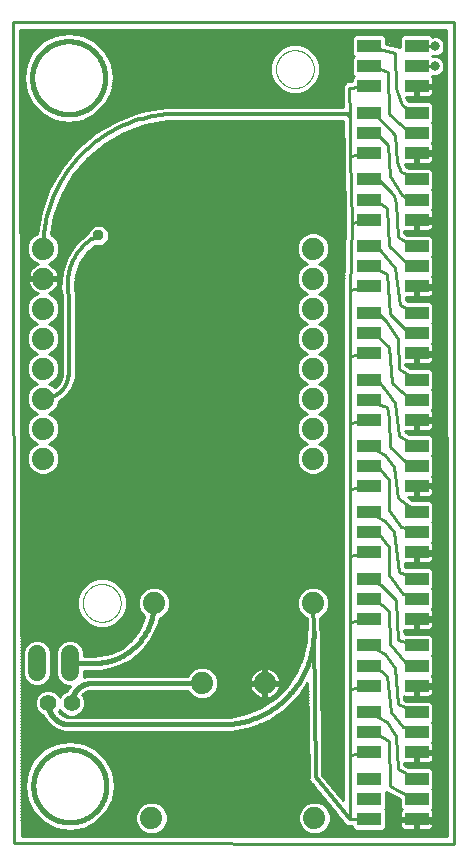
<source format=gbl>
G75*
%MOIN*%
%OFA0B0*%
%FSLAX25Y25*%
%IPPOS*%
%LPD*%
%AMOC8*
5,1,8,0,0,1.08239X$1,22.5*
%
%ADD10C,0.01000*%
%ADD11C,0.00000*%
%ADD12C,0.01600*%
%ADD13C,0.06000*%
%ADD14C,0.07400*%
%ADD15R,0.07874X0.04331*%
%ADD16C,0.05543*%
%ADD17C,0.01200*%
%ADD18C,0.03169*%
%ADD19OC8,0.03562*%
D10*
X0110444Y0004527D02*
X0257294Y0004330D01*
X0257098Y0278346D01*
X0110050Y0278346D01*
X0110444Y0004527D01*
X0113015Y0007098D02*
X0254718Y0006908D01*
X0254525Y0275771D01*
X0112629Y0275771D01*
X0113015Y0007098D01*
X0113015Y0007194D02*
X0254718Y0007194D01*
X0254717Y0008193D02*
X0213167Y0008193D01*
X0213700Y0008413D02*
X0215219Y0009932D01*
X0216041Y0011917D01*
X0216041Y0014065D01*
X0215219Y0016050D01*
X0213700Y0017569D01*
X0211715Y0018391D01*
X0209567Y0018391D01*
X0207582Y0017569D01*
X0206063Y0016050D01*
X0205241Y0014065D01*
X0205241Y0011917D01*
X0206063Y0009932D01*
X0207582Y0008413D01*
X0209567Y0007591D01*
X0211715Y0007591D01*
X0213700Y0008413D01*
X0214477Y0009191D02*
X0223848Y0009191D01*
X0224307Y0008732D02*
X0233589Y0008732D01*
X0234585Y0009728D01*
X0234585Y0015467D01*
X0234108Y0015944D01*
X0234585Y0016421D01*
X0234585Y0021663D01*
X0234921Y0021344D01*
X0235251Y0021353D01*
X0239059Y0019322D01*
X0239059Y0016421D01*
X0239677Y0015803D01*
X0239559Y0015684D01*
X0239361Y0015342D01*
X0239259Y0014960D01*
X0239259Y0013097D01*
X0244196Y0013097D01*
X0244196Y0012098D01*
X0239259Y0012098D01*
X0239259Y0010235D01*
X0239361Y0009853D01*
X0239559Y0009511D01*
X0239838Y0009232D01*
X0240180Y0009034D01*
X0240561Y0008932D01*
X0244196Y0008932D01*
X0244196Y0012097D01*
X0245196Y0012097D01*
X0245196Y0008932D01*
X0248830Y0008932D01*
X0249212Y0009034D01*
X0249554Y0009232D01*
X0249833Y0009511D01*
X0250031Y0009853D01*
X0250133Y0010235D01*
X0250133Y0012098D01*
X0245196Y0012098D01*
X0245196Y0013097D01*
X0250133Y0013097D01*
X0250133Y0014960D01*
X0250031Y0015342D01*
X0249833Y0015684D01*
X0249715Y0015803D01*
X0250333Y0016421D01*
X0250333Y0022160D01*
X0249856Y0022637D01*
X0250333Y0023114D01*
X0250333Y0028853D01*
X0249337Y0029849D01*
X0241885Y0029849D01*
X0240550Y0030516D01*
X0240526Y0031186D01*
X0240561Y0031176D01*
X0244196Y0031176D01*
X0244196Y0034342D01*
X0245196Y0034342D01*
X0245196Y0035342D01*
X0250133Y0035342D01*
X0250133Y0037204D01*
X0250031Y0037586D01*
X0249833Y0037928D01*
X0249715Y0038047D01*
X0250333Y0038665D01*
X0250333Y0044404D01*
X0249856Y0044881D01*
X0250333Y0045358D01*
X0250333Y0051097D01*
X0249337Y0052093D01*
X0241026Y0052093D01*
X0240503Y0052305D01*
X0240429Y0053456D01*
X0240561Y0053420D01*
X0244196Y0053420D01*
X0244196Y0056586D01*
X0245196Y0056586D01*
X0245196Y0057586D01*
X0250133Y0057586D01*
X0250133Y0059449D01*
X0250031Y0059830D01*
X0249833Y0060172D01*
X0249715Y0060291D01*
X0250333Y0060909D01*
X0250333Y0066648D01*
X0249856Y0067125D01*
X0250333Y0067602D01*
X0250333Y0073341D01*
X0249337Y0074337D01*
X0240703Y0074337D01*
X0240645Y0075664D01*
X0244196Y0075664D01*
X0244196Y0078830D01*
X0245196Y0078830D01*
X0245196Y0079830D01*
X0250133Y0079830D01*
X0250133Y0081693D01*
X0250031Y0082074D01*
X0249833Y0082416D01*
X0249715Y0082535D01*
X0250333Y0083153D01*
X0250333Y0088892D01*
X0249856Y0089369D01*
X0250333Y0089846D01*
X0250333Y0095585D01*
X0249337Y0096581D01*
X0240981Y0096581D01*
X0240806Y0097909D01*
X0244196Y0097909D01*
X0244196Y0101074D01*
X0245196Y0101074D01*
X0245196Y0102074D01*
X0250133Y0102074D01*
X0250133Y0103937D01*
X0250031Y0104318D01*
X0249833Y0104660D01*
X0249715Y0104779D01*
X0250333Y0105397D01*
X0250333Y0111136D01*
X0249856Y0111613D01*
X0250333Y0112090D01*
X0250333Y0117829D01*
X0249337Y0118825D01*
X0243209Y0118825D01*
X0241701Y0119956D01*
X0244196Y0119956D01*
X0244196Y0123121D01*
X0245196Y0123121D01*
X0245196Y0119956D01*
X0248830Y0119956D01*
X0249212Y0120058D01*
X0249554Y0120255D01*
X0249833Y0120535D01*
X0250031Y0120877D01*
X0250133Y0121258D01*
X0250133Y0123121D01*
X0245196Y0123121D01*
X0245196Y0124121D01*
X0250133Y0124121D01*
X0250133Y0125984D01*
X0250031Y0126365D01*
X0249833Y0126707D01*
X0249715Y0126826D01*
X0250333Y0127445D01*
X0250333Y0133184D01*
X0249856Y0133660D01*
X0250333Y0134137D01*
X0250333Y0139876D01*
X0249337Y0140872D01*
X0242244Y0140872D01*
X0241031Y0141541D01*
X0240974Y0142003D01*
X0244196Y0142003D01*
X0244196Y0145168D01*
X0245196Y0145168D01*
X0245196Y0142003D01*
X0248830Y0142003D01*
X0249212Y0142105D01*
X0249554Y0142303D01*
X0249833Y0142582D01*
X0250031Y0142924D01*
X0250133Y0143306D01*
X0250133Y0145168D01*
X0245196Y0145168D01*
X0245196Y0146168D01*
X0250133Y0146168D01*
X0250133Y0148031D01*
X0250031Y0148413D01*
X0249833Y0148755D01*
X0249715Y0148873D01*
X0250333Y0149492D01*
X0250333Y0155231D01*
X0249856Y0155708D01*
X0250333Y0156185D01*
X0250333Y0161924D01*
X0249337Y0162920D01*
X0242530Y0162920D01*
X0240942Y0163872D01*
X0240927Y0164247D01*
X0244196Y0164247D01*
X0244196Y0167412D01*
X0245196Y0167412D01*
X0245196Y0164247D01*
X0248830Y0164247D01*
X0249212Y0164349D01*
X0249554Y0164547D01*
X0249833Y0164826D01*
X0250031Y0165168D01*
X0250133Y0165550D01*
X0250133Y0167412D01*
X0245196Y0167412D01*
X0245196Y0168412D01*
X0250133Y0168412D01*
X0250133Y0170275D01*
X0250031Y0170657D01*
X0249833Y0170999D01*
X0249715Y0171117D01*
X0250333Y0171736D01*
X0250333Y0177475D01*
X0249856Y0177952D01*
X0250333Y0178429D01*
X0250333Y0184168D01*
X0249337Y0185164D01*
X0241885Y0185164D01*
X0241196Y0185508D01*
X0241053Y0186491D01*
X0244196Y0186491D01*
X0244196Y0189656D01*
X0245196Y0189656D01*
X0245196Y0186491D01*
X0248830Y0186491D01*
X0249212Y0186593D01*
X0249554Y0186791D01*
X0249833Y0187070D01*
X0250031Y0187412D01*
X0250133Y0187794D01*
X0250133Y0189657D01*
X0245196Y0189657D01*
X0245196Y0190657D01*
X0250133Y0190657D01*
X0250133Y0192519D01*
X0250031Y0192901D01*
X0249833Y0193243D01*
X0249715Y0193362D01*
X0250333Y0193980D01*
X0250333Y0199719D01*
X0249856Y0200196D01*
X0250333Y0200673D01*
X0250333Y0206412D01*
X0249337Y0207408D01*
X0241482Y0207408D01*
X0240553Y0207964D01*
X0240526Y0208745D01*
X0240561Y0208735D01*
X0244196Y0208735D01*
X0244196Y0211901D01*
X0245196Y0211901D01*
X0245196Y0212901D01*
X0250133Y0212901D01*
X0250133Y0214763D01*
X0250031Y0215145D01*
X0249833Y0215487D01*
X0249715Y0215606D01*
X0250333Y0216224D01*
X0250333Y0221963D01*
X0249856Y0222440D01*
X0250333Y0222917D01*
X0250333Y0228656D01*
X0249337Y0229652D01*
X0242276Y0229652D01*
X0241284Y0230040D01*
X0241218Y0230069D01*
X0240824Y0230979D01*
X0244196Y0230979D01*
X0244196Y0234145D01*
X0245196Y0234145D01*
X0245196Y0235145D01*
X0250133Y0235145D01*
X0250133Y0237008D01*
X0250031Y0237389D01*
X0249833Y0237731D01*
X0249715Y0237850D01*
X0254552Y0237850D01*
X0254553Y0236852D02*
X0250133Y0236852D01*
X0250133Y0235853D02*
X0254553Y0235853D01*
X0254554Y0234855D02*
X0245196Y0234855D01*
X0245224Y0235066D02*
X0244696Y0234645D01*
X0245224Y0235066D02*
X0247024Y0235066D01*
X0247452Y0234054D01*
X0247452Y0234645D01*
X0247058Y0234645D01*
X0247058Y0233857D01*
X0247452Y0234054D02*
X0250995Y0234054D01*
X0250995Y0256889D01*
X0250928Y0256889D01*
X0250995Y0256889D02*
X0250995Y0257283D01*
X0247058Y0257283D01*
X0247058Y0256889D01*
X0245196Y0256822D02*
X0254538Y0256822D01*
X0254538Y0257820D02*
X0250133Y0257820D01*
X0250133Y0257389D02*
X0250133Y0259252D01*
X0250031Y0259633D01*
X0249833Y0259975D01*
X0249715Y0260094D01*
X0249993Y0260372D01*
X0250173Y0260297D01*
X0251480Y0260297D01*
X0252687Y0260797D01*
X0253611Y0261721D01*
X0254111Y0262928D01*
X0254111Y0264235D01*
X0253611Y0265442D01*
X0252687Y0266366D01*
X0251480Y0266866D01*
X0250173Y0266866D01*
X0249993Y0266791D01*
X0249856Y0266928D01*
X0249952Y0267024D01*
X0250273Y0266890D01*
X0251580Y0266890D01*
X0252787Y0267390D01*
X0253711Y0268314D01*
X0254211Y0269521D01*
X0254211Y0270828D01*
X0253711Y0272035D01*
X0252787Y0272959D01*
X0251580Y0273459D01*
X0250273Y0273459D01*
X0250093Y0273384D01*
X0249337Y0274140D01*
X0240055Y0274140D01*
X0239059Y0273144D01*
X0239059Y0269923D01*
X0239010Y0270004D01*
X0238703Y0270079D01*
X0238476Y0270299D01*
X0237849Y0270289D01*
X0234585Y0271088D01*
X0234585Y0273144D01*
X0233589Y0274140D01*
X0224307Y0274140D01*
X0223311Y0273144D01*
X0223311Y0267405D01*
X0223788Y0266928D01*
X0223311Y0266451D01*
X0223311Y0260712D01*
X0223788Y0260235D01*
X0223311Y0259758D01*
X0223311Y0258600D01*
X0222139Y0258497D01*
X0221306Y0258482D01*
X0221243Y0258418D01*
X0221154Y0258410D01*
X0220619Y0257771D01*
X0220040Y0257171D01*
X0220041Y0257081D01*
X0219983Y0257013D01*
X0220057Y0256182D01*
X0220164Y0249988D01*
X0161055Y0249988D01*
X0152915Y0248553D01*
X0152915Y0248553D01*
X0145147Y0245726D01*
X0137988Y0241593D01*
X0131656Y0236279D01*
X0126343Y0229947D01*
X0122210Y0222788D01*
X0119383Y0215021D01*
X0118092Y0207699D01*
X0117188Y0207325D01*
X0115669Y0205806D01*
X0114847Y0203821D01*
X0114847Y0201673D01*
X0115669Y0199688D01*
X0117188Y0198169D01*
X0118471Y0197638D01*
X0118251Y0197566D01*
X0117522Y0197195D01*
X0116860Y0196713D01*
X0116281Y0196135D01*
X0115800Y0195472D01*
X0115428Y0194743D01*
X0115175Y0193965D01*
X0115062Y0193247D01*
X0119747Y0193247D01*
X0119747Y0192247D01*
X0115062Y0192247D01*
X0115175Y0191529D01*
X0115428Y0190751D01*
X0115800Y0190022D01*
X0116281Y0189360D01*
X0116860Y0188781D01*
X0117522Y0188300D01*
X0118251Y0187928D01*
X0118471Y0187856D01*
X0117188Y0187325D01*
X0115669Y0185806D01*
X0114847Y0183821D01*
X0114847Y0181673D01*
X0115669Y0179688D01*
X0117188Y0178169D01*
X0118207Y0177747D01*
X0117188Y0177325D01*
X0115669Y0175806D01*
X0114847Y0173821D01*
X0114847Y0171673D01*
X0115669Y0169688D01*
X0117188Y0168169D01*
X0118207Y0167747D01*
X0117188Y0167325D01*
X0115669Y0165806D01*
X0114847Y0163821D01*
X0114847Y0161673D01*
X0115669Y0159688D01*
X0117188Y0158169D01*
X0118207Y0157747D01*
X0117188Y0157325D01*
X0115669Y0155806D01*
X0114847Y0153821D01*
X0114847Y0151673D01*
X0115669Y0149688D01*
X0117188Y0148169D01*
X0118207Y0147747D01*
X0117188Y0147325D01*
X0115669Y0145806D01*
X0114847Y0143821D01*
X0114847Y0141673D01*
X0115669Y0139688D01*
X0117188Y0138169D01*
X0118207Y0137747D01*
X0117188Y0137325D01*
X0115669Y0135806D01*
X0114847Y0133821D01*
X0114847Y0131673D01*
X0115669Y0129688D01*
X0117188Y0128169D01*
X0119173Y0127347D01*
X0121321Y0127347D01*
X0123306Y0128169D01*
X0124825Y0129688D01*
X0125647Y0131673D01*
X0125647Y0133821D01*
X0124825Y0135806D01*
X0123306Y0137325D01*
X0122287Y0137747D01*
X0123306Y0138169D01*
X0124825Y0139688D01*
X0125647Y0141673D01*
X0125647Y0143821D01*
X0124825Y0145806D01*
X0123306Y0147325D01*
X0122287Y0147747D01*
X0123306Y0148169D01*
X0124825Y0149688D01*
X0125647Y0151673D01*
X0125647Y0151824D01*
X0127970Y0153512D01*
X0127970Y0153512D01*
X0129979Y0156276D01*
X0129979Y0156276D01*
X0131035Y0159526D01*
X0131035Y0186743D01*
X0131172Y0186945D01*
X0131035Y0187669D01*
X0131035Y0188405D01*
X0130915Y0188524D01*
X0130742Y0189929D01*
X0131042Y0194036D01*
X0132390Y0197928D01*
X0134694Y0201341D01*
X0137353Y0203656D01*
X0140019Y0203656D01*
X0142059Y0205695D01*
X0142059Y0208579D01*
X0140019Y0210618D01*
X0137136Y0210618D01*
X0135096Y0208579D01*
X0135096Y0207968D01*
X0131118Y0204504D01*
X0128119Y0200063D01*
X0126365Y0195000D01*
X0126365Y0195000D01*
X0125975Y0189655D01*
X0126435Y0187235D01*
X0126435Y0161235D01*
X0126359Y0160267D01*
X0125761Y0158426D01*
X0124623Y0156859D01*
X0124130Y0156501D01*
X0123306Y0157325D01*
X0122287Y0157747D01*
X0123306Y0158169D01*
X0124825Y0159688D01*
X0125647Y0161673D01*
X0125647Y0163821D01*
X0124825Y0165806D01*
X0123306Y0167325D01*
X0122287Y0167747D01*
X0123306Y0168169D01*
X0124825Y0169688D01*
X0125647Y0171673D01*
X0125647Y0173821D01*
X0124825Y0175806D01*
X0123306Y0177325D01*
X0122287Y0177747D01*
X0123306Y0178169D01*
X0124825Y0179688D01*
X0125647Y0181673D01*
X0125647Y0183821D01*
X0124825Y0185806D01*
X0123306Y0187325D01*
X0122023Y0187856D01*
X0122243Y0187928D01*
X0122973Y0188300D01*
X0123635Y0188781D01*
X0124213Y0189360D01*
X0124695Y0190022D01*
X0125066Y0190751D01*
X0125319Y0191529D01*
X0125433Y0192247D01*
X0120747Y0192247D01*
X0120747Y0193247D01*
X0125433Y0193247D01*
X0125319Y0193965D01*
X0125066Y0194743D01*
X0124695Y0195472D01*
X0124213Y0196135D01*
X0123635Y0196713D01*
X0122973Y0197195D01*
X0122243Y0197566D01*
X0122023Y0197638D01*
X0123306Y0198169D01*
X0124825Y0199688D01*
X0125647Y0201673D01*
X0125647Y0203821D01*
X0124825Y0205806D01*
X0123306Y0207325D01*
X0122892Y0207497D01*
X0124000Y0213783D01*
X0126542Y0220768D01*
X0130259Y0227205D01*
X0135036Y0232899D01*
X0140730Y0237677D01*
X0147167Y0241393D01*
X0154152Y0243935D01*
X0161472Y0245226D01*
X0165188Y0245388D01*
X0220244Y0245388D01*
X0220433Y0234533D01*
X0220436Y0234361D01*
X0220334Y0234221D01*
X0220452Y0233471D01*
X0220465Y0232711D01*
X0220831Y0211868D01*
X0220706Y0211682D01*
X0220837Y0211031D01*
X0220276Y0189911D01*
X0220252Y0189887D01*
X0220252Y0189663D01*
X0220124Y0189478D01*
X0220247Y0188806D01*
X0220228Y0188123D01*
X0220252Y0188098D01*
X0220252Y0167651D01*
X0220140Y0167500D01*
X0220252Y0166763D01*
X0220252Y0145407D01*
X0220140Y0145256D01*
X0220252Y0144518D01*
X0220252Y0123360D01*
X0220140Y0123208D01*
X0220252Y0122471D01*
X0220252Y0100848D01*
X0220111Y0100631D01*
X0220252Y0099965D01*
X0220252Y0078836D01*
X0220124Y0078652D01*
X0220252Y0077950D01*
X0220252Y0056824D01*
X0220140Y0056673D01*
X0220252Y0055936D01*
X0220252Y0034580D01*
X0220140Y0034429D01*
X0220252Y0033692D01*
X0220252Y0018926D01*
X0213323Y0027407D01*
X0212734Y0070843D01*
X0212880Y0071575D01*
X0212880Y0075342D01*
X0212667Y0075858D01*
X0212613Y0079780D01*
X0213306Y0080067D01*
X0214825Y0081586D01*
X0215647Y0083571D01*
X0215647Y0085719D01*
X0214825Y0087704D01*
X0213306Y0089223D01*
X0211321Y0090045D01*
X0209173Y0090045D01*
X0207188Y0089223D01*
X0205669Y0087704D01*
X0204847Y0085719D01*
X0204847Y0083571D01*
X0205669Y0081586D01*
X0207188Y0080067D01*
X0208014Y0079725D01*
X0208067Y0075793D01*
X0207880Y0075342D01*
X0207880Y0074845D01*
X0207744Y0072081D01*
X0206666Y0066659D01*
X0204550Y0061551D01*
X0201479Y0056955D01*
X0201479Y0056955D01*
X0197570Y0053046D01*
X0192973Y0049975D01*
X0187866Y0047859D01*
X0182444Y0046781D01*
X0179680Y0046645D01*
X0128938Y0046645D01*
X0128217Y0046702D01*
X0126844Y0047148D01*
X0125677Y0047996D01*
X0125345Y0048452D01*
X0125617Y0048724D01*
X0125763Y0049077D01*
X0125909Y0048724D01*
X0127167Y0047466D01*
X0128811Y0046785D01*
X0130590Y0046785D01*
X0132233Y0047466D01*
X0133491Y0048724D01*
X0134172Y0050367D01*
X0134172Y0052146D01*
X0133491Y0053790D01*
X0133276Y0054005D01*
X0133421Y0054204D01*
X0134476Y0054970D01*
X0135716Y0055373D01*
X0136368Y0055424D01*
X0168414Y0055424D01*
X0168645Y0054866D01*
X0170164Y0053347D01*
X0172149Y0052524D01*
X0174297Y0052524D01*
X0176282Y0053347D01*
X0177801Y0054866D01*
X0178623Y0056850D01*
X0178623Y0058999D01*
X0177801Y0060983D01*
X0176282Y0062502D01*
X0174297Y0063324D01*
X0172149Y0063324D01*
X0170164Y0062502D01*
X0168645Y0060983D01*
X0168414Y0060424D01*
X0134916Y0060424D01*
X0133702Y0060030D01*
X0133957Y0060645D01*
X0133957Y0062080D01*
X0139575Y0062080D01*
X0144532Y0063211D01*
X0144532Y0063211D01*
X0149114Y0065417D01*
X0149114Y0065417D01*
X0153089Y0068588D01*
X0153089Y0068588D01*
X0156260Y0072563D01*
X0158466Y0077145D01*
X0159026Y0079599D01*
X0160156Y0080067D01*
X0161675Y0081586D01*
X0162498Y0083571D01*
X0162498Y0085719D01*
X0161675Y0087704D01*
X0160156Y0089223D01*
X0158172Y0090045D01*
X0156023Y0090045D01*
X0154039Y0089223D01*
X0152520Y0087704D01*
X0151698Y0085719D01*
X0151698Y0083571D01*
X0152520Y0081586D01*
X0153919Y0080187D01*
X0153612Y0078843D01*
X0151905Y0075300D01*
X0149453Y0072224D01*
X0146378Y0069772D01*
X0142834Y0068065D01*
X0138999Y0067190D01*
X0137032Y0067080D01*
X0133957Y0067080D01*
X0133957Y0068515D01*
X0133241Y0070242D01*
X0131919Y0071564D01*
X0130192Y0072280D01*
X0128322Y0072280D01*
X0126594Y0071564D01*
X0125272Y0070242D01*
X0124557Y0068515D01*
X0124557Y0060645D01*
X0125272Y0058917D01*
X0126594Y0057595D01*
X0128322Y0056880D01*
X0129121Y0056880D01*
X0128097Y0055471D01*
X0128083Y0055427D01*
X0127167Y0055048D01*
X0125909Y0053790D01*
X0125763Y0053437D01*
X0125617Y0053790D01*
X0124359Y0055048D01*
X0122716Y0055728D01*
X0120937Y0055728D01*
X0119293Y0055048D01*
X0118035Y0053790D01*
X0117354Y0052146D01*
X0117354Y0050367D01*
X0118035Y0048724D01*
X0119293Y0047466D01*
X0120183Y0047097D01*
X0120267Y0046839D01*
X0120267Y0046839D01*
X0122057Y0044375D01*
X0124520Y0042586D01*
X0127416Y0041645D01*
X0182950Y0041645D01*
X0189364Y0042921D01*
X0189364Y0042921D01*
X0195406Y0045423D01*
X0200844Y0049057D01*
X0205468Y0053681D01*
X0208309Y0057933D01*
X0208733Y0026674D01*
X0208651Y0025857D01*
X0208746Y0025740D01*
X0208748Y0025590D01*
X0209336Y0025017D01*
X0221273Y0010405D01*
X0223169Y0010214D01*
X0223311Y0010329D01*
X0223311Y0009728D01*
X0224307Y0008732D01*
X0223311Y0010190D02*
X0215325Y0010190D01*
X0215739Y0011188D02*
X0220633Y0011188D01*
X0219818Y0012187D02*
X0216041Y0012187D01*
X0216041Y0013185D02*
X0219002Y0013185D01*
X0218186Y0014184D02*
X0215992Y0014184D01*
X0215578Y0015182D02*
X0217371Y0015182D01*
X0216555Y0016181D02*
X0215088Y0016181D01*
X0215739Y0017179D02*
X0214090Y0017179D01*
X0214924Y0018178D02*
X0212230Y0018178D01*
X0214108Y0019176D02*
X0143460Y0019176D01*
X0143435Y0019024D02*
X0144172Y0023672D01*
X0143435Y0028321D01*
X0141299Y0032514D01*
X0141299Y0032514D01*
X0137971Y0035842D01*
X0133777Y0037979D01*
X0129129Y0038715D01*
X0124480Y0037979D01*
X0120287Y0035842D01*
X0116959Y0032514D01*
X0116959Y0032514D01*
X0114822Y0028321D01*
X0114086Y0023672D01*
X0114822Y0019024D01*
X0116959Y0014830D01*
X0120287Y0011502D01*
X0124480Y0009366D01*
X0129129Y0008629D01*
X0133777Y0009366D01*
X0133777Y0009366D01*
X0137971Y0011502D01*
X0141299Y0014830D01*
X0141299Y0014830D01*
X0143435Y0019024D01*
X0143435Y0019024D01*
X0143004Y0018178D02*
X0154721Y0018178D01*
X0155236Y0018391D02*
X0153251Y0017569D01*
X0151732Y0016050D01*
X0150910Y0014065D01*
X0150910Y0011917D01*
X0151732Y0009932D01*
X0153251Y0008413D01*
X0155236Y0007591D01*
X0157384Y0007591D01*
X0159369Y0008413D01*
X0160888Y0009932D01*
X0161710Y0011917D01*
X0161710Y0014065D01*
X0160888Y0016050D01*
X0159369Y0017569D01*
X0157384Y0018391D01*
X0155236Y0018391D01*
X0152861Y0017179D02*
X0142495Y0017179D01*
X0141987Y0016181D02*
X0151863Y0016181D01*
X0151373Y0015182D02*
X0141478Y0015182D01*
X0140652Y0014184D02*
X0150959Y0014184D01*
X0150910Y0013185D02*
X0139653Y0013185D01*
X0138655Y0012187D02*
X0150910Y0012187D01*
X0151212Y0011188D02*
X0137354Y0011188D01*
X0137971Y0011502D02*
X0137971Y0011502D01*
X0135394Y0010190D02*
X0151626Y0010190D01*
X0152474Y0009191D02*
X0132674Y0009191D01*
X0129129Y0008629D02*
X0129129Y0008629D01*
X0125583Y0009191D02*
X0113012Y0009191D01*
X0113014Y0008193D02*
X0153784Y0008193D01*
X0158836Y0008193D02*
X0208115Y0008193D01*
X0206804Y0009191D02*
X0160147Y0009191D01*
X0160995Y0010190D02*
X0205956Y0010190D01*
X0205543Y0011188D02*
X0161408Y0011188D01*
X0161710Y0012187D02*
X0205241Y0012187D01*
X0205241Y0013185D02*
X0161710Y0013185D01*
X0161661Y0014184D02*
X0205290Y0014184D01*
X0205703Y0015182D02*
X0161248Y0015182D01*
X0160757Y0016181D02*
X0206194Y0016181D01*
X0207192Y0017179D02*
X0159759Y0017179D01*
X0157900Y0018178D02*
X0209051Y0018178D01*
X0212477Y0021173D02*
X0143776Y0021173D01*
X0143618Y0020175D02*
X0213292Y0020175D01*
X0211661Y0022172D02*
X0143934Y0022172D01*
X0144092Y0023170D02*
X0210845Y0023170D01*
X0210029Y0024169D02*
X0144093Y0024169D01*
X0143935Y0025167D02*
X0209182Y0025167D01*
X0208682Y0026166D02*
X0143777Y0026166D01*
X0143619Y0027164D02*
X0208726Y0027164D01*
X0208713Y0028163D02*
X0143460Y0028163D01*
X0143435Y0028321D02*
X0143435Y0028321D01*
X0143007Y0029161D02*
X0208699Y0029161D01*
X0208686Y0030160D02*
X0142498Y0030160D01*
X0141990Y0031158D02*
X0208672Y0031158D01*
X0208659Y0032157D02*
X0141481Y0032157D01*
X0141299Y0032514D02*
X0141299Y0032514D01*
X0140658Y0033155D02*
X0208645Y0033155D01*
X0208632Y0034154D02*
X0139659Y0034154D01*
X0138661Y0035152D02*
X0208618Y0035152D01*
X0208605Y0036151D02*
X0137365Y0036151D01*
X0137971Y0035842D02*
X0137971Y0035842D01*
X0135406Y0037149D02*
X0208591Y0037149D01*
X0208577Y0038148D02*
X0132712Y0038148D01*
X0133777Y0037979D02*
X0133777Y0037979D01*
X0125546Y0038148D02*
X0112970Y0038148D01*
X0112969Y0039146D02*
X0208564Y0039146D01*
X0208550Y0040145D02*
X0112968Y0040145D01*
X0112966Y0041143D02*
X0208537Y0041143D01*
X0208523Y0042142D02*
X0185449Y0042142D01*
X0184223Y0047134D02*
X0131433Y0047134D01*
X0132900Y0048133D02*
X0188527Y0048133D01*
X0190938Y0049132D02*
X0133660Y0049132D01*
X0134073Y0050130D02*
X0193206Y0050130D01*
X0194700Y0051129D02*
X0134172Y0051129D01*
X0134172Y0052127D02*
X0196195Y0052127D01*
X0196085Y0053105D02*
X0196815Y0053477D01*
X0197477Y0053958D01*
X0198056Y0054537D01*
X0198537Y0055199D01*
X0198908Y0055928D01*
X0199161Y0056707D01*
X0199275Y0057424D01*
X0194589Y0057424D01*
X0194589Y0052739D01*
X0195307Y0052852D01*
X0196085Y0053105D01*
X0196125Y0053126D02*
X0197650Y0053126D01*
X0197643Y0054124D02*
X0198648Y0054124D01*
X0198481Y0055123D02*
X0199647Y0055123D01*
X0198971Y0056121D02*
X0200645Y0056121D01*
X0201589Y0057120D02*
X0199227Y0057120D01*
X0199275Y0058424D02*
X0199161Y0059142D01*
X0198908Y0059921D01*
X0198537Y0060650D01*
X0198056Y0061312D01*
X0197477Y0061891D01*
X0196815Y0062372D01*
X0196085Y0062743D01*
X0195307Y0062996D01*
X0194589Y0063110D01*
X0194589Y0058424D01*
X0193589Y0058424D01*
X0193589Y0057424D01*
X0188904Y0057424D01*
X0189017Y0056707D01*
X0189270Y0055928D01*
X0189642Y0055199D01*
X0190123Y0054537D01*
X0190702Y0053958D01*
X0191364Y0053477D01*
X0192093Y0053105D01*
X0192872Y0052852D01*
X0193589Y0052739D01*
X0193589Y0057424D01*
X0194589Y0057424D01*
X0194589Y0058424D01*
X0199275Y0058424D01*
X0199165Y0059117D02*
X0202923Y0059117D01*
X0203591Y0060115D02*
X0198809Y0060115D01*
X0198200Y0061114D02*
X0204258Y0061114D01*
X0204782Y0062112D02*
X0197172Y0062112D01*
X0194589Y0062112D02*
X0193589Y0062112D01*
X0193589Y0063110D02*
X0192872Y0062996D01*
X0192093Y0062743D01*
X0191364Y0062372D01*
X0190702Y0061891D01*
X0190123Y0061312D01*
X0189642Y0060650D01*
X0189270Y0059921D01*
X0189017Y0059142D01*
X0188904Y0058424D01*
X0193589Y0058424D01*
X0193589Y0063110D01*
X0193589Y0061114D02*
X0194589Y0061114D01*
X0194589Y0060115D02*
X0193589Y0060115D01*
X0193589Y0059117D02*
X0194589Y0059117D01*
X0194589Y0058118D02*
X0202256Y0058118D01*
X0206431Y0055123D02*
X0208347Y0055123D01*
X0208334Y0056121D02*
X0207098Y0056121D01*
X0207766Y0057120D02*
X0208320Y0057120D01*
X0208361Y0054124D02*
X0205764Y0054124D01*
X0204913Y0053126D02*
X0208374Y0053126D01*
X0208388Y0052127D02*
X0203914Y0052127D01*
X0202916Y0051129D02*
X0208401Y0051129D01*
X0208415Y0050130D02*
X0201917Y0050130D01*
X0200919Y0049132D02*
X0208428Y0049132D01*
X0208442Y0048133D02*
X0199461Y0048133D01*
X0200844Y0049057D02*
X0200844Y0049057D01*
X0197967Y0047134D02*
X0208456Y0047134D01*
X0208469Y0046136D02*
X0196473Y0046136D01*
X0195406Y0045423D02*
X0195406Y0045423D01*
X0194716Y0045137D02*
X0208483Y0045137D01*
X0208496Y0044139D02*
X0192305Y0044139D01*
X0189895Y0043140D02*
X0208510Y0043140D01*
X0213097Y0044139D02*
X0220252Y0044139D01*
X0220252Y0045137D02*
X0213083Y0045137D01*
X0213070Y0046136D02*
X0220252Y0046136D01*
X0220252Y0047134D02*
X0213056Y0047134D01*
X0213042Y0048133D02*
X0220252Y0048133D01*
X0220252Y0049132D02*
X0213029Y0049132D01*
X0213015Y0050130D02*
X0220252Y0050130D01*
X0220252Y0051129D02*
X0213002Y0051129D01*
X0212988Y0052127D02*
X0220252Y0052127D01*
X0220252Y0053126D02*
X0212975Y0053126D01*
X0212961Y0054124D02*
X0220252Y0054124D01*
X0220252Y0055123D02*
X0212948Y0055123D01*
X0212934Y0056121D02*
X0220224Y0056121D01*
X0220252Y0057120D02*
X0212921Y0057120D01*
X0212907Y0058118D02*
X0220252Y0058118D01*
X0220252Y0059117D02*
X0212894Y0059117D01*
X0212880Y0060115D02*
X0220252Y0060115D01*
X0220252Y0061114D02*
X0212866Y0061114D01*
X0212853Y0062112D02*
X0220252Y0062112D01*
X0220252Y0063111D02*
X0212839Y0063111D01*
X0212826Y0064109D02*
X0220252Y0064109D01*
X0220252Y0065108D02*
X0212812Y0065108D01*
X0212799Y0066106D02*
X0220252Y0066106D01*
X0220252Y0067105D02*
X0212785Y0067105D01*
X0212772Y0068103D02*
X0220252Y0068103D01*
X0220252Y0069102D02*
X0212758Y0069102D01*
X0212745Y0070100D02*
X0220252Y0070100D01*
X0220252Y0071099D02*
X0212785Y0071099D01*
X0212880Y0072097D02*
X0220252Y0072097D01*
X0220252Y0073096D02*
X0212880Y0073096D01*
X0212880Y0074094D02*
X0220252Y0074094D01*
X0220252Y0075093D02*
X0212880Y0075093D01*
X0212663Y0076091D02*
X0220252Y0076091D01*
X0220252Y0077090D02*
X0212650Y0077090D01*
X0212636Y0078088D02*
X0220227Y0078088D01*
X0220252Y0079087D02*
X0212623Y0079087D01*
X0213325Y0080085D02*
X0220252Y0080085D01*
X0220252Y0081084D02*
X0214323Y0081084D01*
X0215031Y0082082D02*
X0220252Y0082082D01*
X0220252Y0083081D02*
X0215444Y0083081D01*
X0215647Y0084079D02*
X0220252Y0084079D01*
X0220252Y0085078D02*
X0215647Y0085078D01*
X0215499Y0086076D02*
X0220252Y0086076D01*
X0220252Y0087075D02*
X0215085Y0087075D01*
X0214455Y0088073D02*
X0220252Y0088073D01*
X0220252Y0089072D02*
X0213457Y0089072D01*
X0220252Y0090070D02*
X0146192Y0090070D01*
X0146874Y0089388D02*
X0144518Y0091744D01*
X0141440Y0093019D01*
X0138109Y0093019D01*
X0135031Y0091744D01*
X0132676Y0089388D01*
X0131401Y0086310D01*
X0131401Y0082979D01*
X0132676Y0079901D01*
X0135031Y0077546D01*
X0138109Y0076271D01*
X0141440Y0076271D01*
X0144518Y0077546D01*
X0146874Y0079901D01*
X0148149Y0082979D01*
X0148149Y0086310D01*
X0146874Y0089388D01*
X0147005Y0089072D02*
X0153888Y0089072D01*
X0152890Y0088073D02*
X0147418Y0088073D01*
X0147832Y0087075D02*
X0152259Y0087075D01*
X0151846Y0086076D02*
X0148149Y0086076D01*
X0148149Y0085078D02*
X0151698Y0085078D01*
X0151698Y0084079D02*
X0148149Y0084079D01*
X0148149Y0083081D02*
X0151900Y0083081D01*
X0152314Y0082082D02*
X0147777Y0082082D01*
X0147364Y0081084D02*
X0153022Y0081084D01*
X0153895Y0080085D02*
X0146950Y0080085D01*
X0146059Y0079087D02*
X0153667Y0079087D01*
X0153248Y0078088D02*
X0145061Y0078088D01*
X0143418Y0077090D02*
X0152767Y0077090D01*
X0152287Y0076091D02*
X0112916Y0076091D01*
X0112917Y0075093D02*
X0151740Y0075093D01*
X0150944Y0074094D02*
X0112919Y0074094D01*
X0112920Y0073096D02*
X0150148Y0073096D01*
X0149294Y0072097D02*
X0130632Y0072097D01*
X0132384Y0071099D02*
X0148041Y0071099D01*
X0146789Y0070100D02*
X0133300Y0070100D01*
X0133714Y0069102D02*
X0144986Y0069102D01*
X0142913Y0068103D02*
X0133957Y0068103D01*
X0133957Y0067105D02*
X0137479Y0067105D01*
X0139717Y0062112D02*
X0169774Y0062112D01*
X0168776Y0061114D02*
X0133957Y0061114D01*
X0133964Y0060115D02*
X0133737Y0060115D01*
X0134945Y0055123D02*
X0168539Y0055123D01*
X0169387Y0054124D02*
X0133363Y0054124D01*
X0133766Y0053126D02*
X0170698Y0053126D01*
X0175749Y0053126D02*
X0192054Y0053126D01*
X0193589Y0053126D02*
X0194589Y0053126D01*
X0194589Y0054124D02*
X0193589Y0054124D01*
X0193589Y0055123D02*
X0194589Y0055123D01*
X0194589Y0056121D02*
X0193589Y0056121D01*
X0193589Y0057120D02*
X0194589Y0057120D01*
X0193589Y0058118D02*
X0178623Y0058118D01*
X0178623Y0057120D02*
X0188952Y0057120D01*
X0189208Y0056121D02*
X0178321Y0056121D01*
X0177908Y0055123D02*
X0189697Y0055123D01*
X0190536Y0054124D02*
X0177060Y0054124D01*
X0178574Y0059117D02*
X0189013Y0059117D01*
X0189370Y0060115D02*
X0178161Y0060115D01*
X0177671Y0061114D02*
X0189979Y0061114D01*
X0191007Y0062112D02*
X0176672Y0062112D01*
X0174813Y0063111D02*
X0205196Y0063111D01*
X0205610Y0064109D02*
X0146397Y0064109D01*
X0148471Y0065108D02*
X0206023Y0065108D01*
X0206437Y0066106D02*
X0149977Y0066106D01*
X0151230Y0067105D02*
X0206754Y0067105D01*
X0206953Y0068103D02*
X0152482Y0068103D01*
X0153499Y0069102D02*
X0207152Y0069102D01*
X0207350Y0070100D02*
X0154295Y0070100D01*
X0155092Y0071099D02*
X0207549Y0071099D01*
X0207745Y0072097D02*
X0155888Y0072097D01*
X0156260Y0072563D02*
X0156260Y0072563D01*
X0156516Y0073096D02*
X0207794Y0073096D01*
X0207843Y0074094D02*
X0156997Y0074094D01*
X0157478Y0075093D02*
X0207880Y0075093D01*
X0208063Y0076091D02*
X0157959Y0076091D01*
X0158440Y0077090D02*
X0208049Y0077090D01*
X0208036Y0078088D02*
X0158681Y0078088D01*
X0158909Y0079087D02*
X0208022Y0079087D01*
X0207170Y0080085D02*
X0160175Y0080085D01*
X0161173Y0081084D02*
X0206171Y0081084D01*
X0205464Y0082082D02*
X0161881Y0082082D01*
X0162295Y0083081D02*
X0205050Y0083081D01*
X0204847Y0084079D02*
X0162498Y0084079D01*
X0162498Y0085078D02*
X0204847Y0085078D01*
X0204995Y0086076D02*
X0162349Y0086076D01*
X0161936Y0087075D02*
X0205409Y0087075D01*
X0206039Y0088073D02*
X0161306Y0088073D01*
X0160307Y0089072D02*
X0207038Y0089072D01*
X0220252Y0091069D02*
X0145193Y0091069D01*
X0143737Y0092068D02*
X0220252Y0092068D01*
X0220252Y0093066D02*
X0112892Y0093066D01*
X0112893Y0092068D02*
X0135813Y0092068D01*
X0134356Y0091069D02*
X0112894Y0091069D01*
X0112896Y0090070D02*
X0133358Y0090070D01*
X0132545Y0089072D02*
X0112897Y0089072D01*
X0112899Y0088073D02*
X0132131Y0088073D01*
X0131717Y0087075D02*
X0112900Y0087075D01*
X0112902Y0086076D02*
X0131401Y0086076D01*
X0131401Y0085078D02*
X0112903Y0085078D01*
X0112904Y0084079D02*
X0131401Y0084079D01*
X0131401Y0083081D02*
X0112906Y0083081D01*
X0112907Y0082082D02*
X0131772Y0082082D01*
X0132186Y0081084D02*
X0112909Y0081084D01*
X0112910Y0080085D02*
X0132599Y0080085D01*
X0133490Y0079087D02*
X0112912Y0079087D01*
X0112913Y0078088D02*
X0134488Y0078088D01*
X0136131Y0077090D02*
X0112914Y0077090D01*
X0112922Y0072097D02*
X0116882Y0072097D01*
X0117322Y0072280D02*
X0115594Y0071564D01*
X0114272Y0070242D01*
X0113557Y0068515D01*
X0113557Y0060645D01*
X0114272Y0058917D01*
X0115594Y0057595D01*
X0117322Y0056880D01*
X0119192Y0056880D01*
X0120919Y0057595D01*
X0122241Y0058917D01*
X0122957Y0060645D01*
X0122957Y0068515D01*
X0122241Y0070242D01*
X0120919Y0071564D01*
X0119192Y0072280D01*
X0117322Y0072280D01*
X0119632Y0072097D02*
X0127882Y0072097D01*
X0126129Y0071099D02*
X0121384Y0071099D01*
X0122300Y0070100D02*
X0125214Y0070100D01*
X0124800Y0069102D02*
X0122714Y0069102D01*
X0122957Y0068103D02*
X0124557Y0068103D01*
X0124557Y0067105D02*
X0122957Y0067105D01*
X0122957Y0066106D02*
X0124557Y0066106D01*
X0124557Y0065108D02*
X0122957Y0065108D01*
X0122957Y0064109D02*
X0124557Y0064109D01*
X0124557Y0063111D02*
X0122957Y0063111D01*
X0122957Y0062112D02*
X0124557Y0062112D01*
X0124557Y0061114D02*
X0122957Y0061114D01*
X0122737Y0060115D02*
X0124776Y0060115D01*
X0125190Y0059117D02*
X0122324Y0059117D01*
X0121442Y0058118D02*
X0126072Y0058118D01*
X0127743Y0057120D02*
X0119771Y0057120D01*
X0119474Y0055123D02*
X0112946Y0055123D01*
X0112945Y0056121D02*
X0128570Y0056121D01*
X0128097Y0055471D02*
X0128097Y0055471D01*
X0127348Y0055123D02*
X0124178Y0055123D01*
X0125283Y0054124D02*
X0126243Y0054124D01*
X0126500Y0048133D02*
X0125577Y0048133D01*
X0126884Y0047134D02*
X0127967Y0047134D01*
X0125886Y0042142D02*
X0112965Y0042142D01*
X0112963Y0043140D02*
X0123756Y0043140D01*
X0124520Y0042586D02*
X0124520Y0042586D01*
X0122382Y0044139D02*
X0112962Y0044139D01*
X0112960Y0045137D02*
X0121503Y0045137D01*
X0122057Y0044375D02*
X0122057Y0044375D01*
X0122057Y0044375D01*
X0120777Y0046136D02*
X0112959Y0046136D01*
X0112958Y0047134D02*
X0120093Y0047134D01*
X0118626Y0048133D02*
X0112956Y0048133D01*
X0112955Y0049132D02*
X0117866Y0049132D01*
X0117453Y0050130D02*
X0112953Y0050130D01*
X0112952Y0051129D02*
X0117354Y0051129D01*
X0117354Y0052127D02*
X0112950Y0052127D01*
X0112949Y0053126D02*
X0117760Y0053126D01*
X0118369Y0054124D02*
X0112948Y0054124D01*
X0112943Y0057120D02*
X0116743Y0057120D01*
X0115072Y0058118D02*
X0112942Y0058118D01*
X0112940Y0059117D02*
X0114190Y0059117D01*
X0113776Y0060115D02*
X0112939Y0060115D01*
X0112937Y0061114D02*
X0113557Y0061114D01*
X0113557Y0062112D02*
X0112936Y0062112D01*
X0112935Y0063111D02*
X0113557Y0063111D01*
X0113557Y0064109D02*
X0112933Y0064109D01*
X0112932Y0065108D02*
X0113557Y0065108D01*
X0113557Y0066106D02*
X0112930Y0066106D01*
X0112929Y0067105D02*
X0113557Y0067105D01*
X0113557Y0068103D02*
X0112927Y0068103D01*
X0112926Y0069102D02*
X0113800Y0069102D01*
X0114214Y0070100D02*
X0112925Y0070100D01*
X0112923Y0071099D02*
X0115129Y0071099D01*
X0112890Y0094065D02*
X0220252Y0094065D01*
X0220252Y0095063D02*
X0112889Y0095063D01*
X0112887Y0096062D02*
X0220252Y0096062D01*
X0220252Y0097060D02*
X0112886Y0097060D01*
X0112884Y0098059D02*
X0220252Y0098059D01*
X0220252Y0099057D02*
X0112883Y0099057D01*
X0112881Y0100056D02*
X0220233Y0100056D01*
X0220252Y0101054D02*
X0112880Y0101054D01*
X0112879Y0102053D02*
X0220252Y0102053D01*
X0220252Y0103051D02*
X0112877Y0103051D01*
X0112876Y0104050D02*
X0220252Y0104050D01*
X0220252Y0105048D02*
X0112874Y0105048D01*
X0112873Y0106047D02*
X0220252Y0106047D01*
X0220252Y0107045D02*
X0112871Y0107045D01*
X0112870Y0108044D02*
X0220252Y0108044D01*
X0220252Y0109042D02*
X0112869Y0109042D01*
X0112867Y0110041D02*
X0220252Y0110041D01*
X0220252Y0111039D02*
X0112866Y0111039D01*
X0112864Y0112038D02*
X0220252Y0112038D01*
X0220252Y0113036D02*
X0112863Y0113036D01*
X0112861Y0114035D02*
X0220252Y0114035D01*
X0220252Y0115033D02*
X0112860Y0115033D01*
X0112859Y0116032D02*
X0220252Y0116032D01*
X0220252Y0117030D02*
X0112857Y0117030D01*
X0112856Y0118029D02*
X0220252Y0118029D01*
X0220252Y0119027D02*
X0112854Y0119027D01*
X0112853Y0120026D02*
X0220252Y0120026D01*
X0220252Y0121024D02*
X0112851Y0121024D01*
X0112850Y0122023D02*
X0220252Y0122023D01*
X0220169Y0123021D02*
X0112848Y0123021D01*
X0112847Y0124020D02*
X0220252Y0124020D01*
X0220252Y0125018D02*
X0112846Y0125018D01*
X0112844Y0126017D02*
X0220252Y0126017D01*
X0220252Y0127015D02*
X0112843Y0127015D01*
X0112841Y0128014D02*
X0117563Y0128014D01*
X0116345Y0129012D02*
X0112840Y0129012D01*
X0112838Y0130011D02*
X0115536Y0130011D01*
X0115122Y0131009D02*
X0112837Y0131009D01*
X0112836Y0132008D02*
X0114847Y0132008D01*
X0114847Y0133006D02*
X0112834Y0133006D01*
X0112833Y0134005D02*
X0114923Y0134005D01*
X0115337Y0135003D02*
X0112831Y0135003D01*
X0112830Y0136002D02*
X0115865Y0136002D01*
X0116864Y0137001D02*
X0112828Y0137001D01*
X0112827Y0137999D02*
X0117599Y0137999D01*
X0116360Y0138998D02*
X0112825Y0138998D01*
X0112824Y0139996D02*
X0115542Y0139996D01*
X0115128Y0140995D02*
X0112823Y0140995D01*
X0112821Y0141993D02*
X0114847Y0141993D01*
X0114847Y0142992D02*
X0112820Y0142992D01*
X0112818Y0143990D02*
X0114917Y0143990D01*
X0115331Y0144989D02*
X0112817Y0144989D01*
X0112815Y0145987D02*
X0115850Y0145987D01*
X0116849Y0146986D02*
X0112814Y0146986D01*
X0112813Y0147984D02*
X0117635Y0147984D01*
X0116375Y0148983D02*
X0112811Y0148983D01*
X0112810Y0149981D02*
X0115548Y0149981D01*
X0115134Y0150980D02*
X0112808Y0150980D01*
X0112807Y0151978D02*
X0114847Y0151978D01*
X0114847Y0152977D02*
X0112805Y0152977D01*
X0112804Y0153975D02*
X0114911Y0153975D01*
X0115325Y0154974D02*
X0112803Y0154974D01*
X0112801Y0155972D02*
X0115836Y0155972D01*
X0116834Y0156971D02*
X0112800Y0156971D01*
X0112798Y0157969D02*
X0117671Y0157969D01*
X0116390Y0158968D02*
X0112797Y0158968D01*
X0112795Y0159966D02*
X0115554Y0159966D01*
X0115141Y0160965D02*
X0112794Y0160965D01*
X0112792Y0161963D02*
X0114847Y0161963D01*
X0114847Y0162962D02*
X0112791Y0162962D01*
X0112790Y0163960D02*
X0114905Y0163960D01*
X0115318Y0164959D02*
X0112788Y0164959D01*
X0112787Y0165957D02*
X0115821Y0165957D01*
X0116819Y0166956D02*
X0112785Y0166956D01*
X0112784Y0167954D02*
X0117707Y0167954D01*
X0116405Y0168953D02*
X0112782Y0168953D01*
X0112781Y0169951D02*
X0115560Y0169951D01*
X0115147Y0170950D02*
X0112780Y0170950D01*
X0112778Y0171948D02*
X0114847Y0171948D01*
X0114847Y0172947D02*
X0112777Y0172947D01*
X0112775Y0173945D02*
X0114899Y0173945D01*
X0115312Y0174944D02*
X0112774Y0174944D01*
X0112772Y0175942D02*
X0115806Y0175942D01*
X0116804Y0176941D02*
X0112771Y0176941D01*
X0112769Y0177939D02*
X0117743Y0177939D01*
X0116420Y0178938D02*
X0112768Y0178938D01*
X0112767Y0179937D02*
X0115566Y0179937D01*
X0115153Y0180935D02*
X0112765Y0180935D01*
X0112764Y0181934D02*
X0114847Y0181934D01*
X0114847Y0182932D02*
X0112762Y0182932D01*
X0112761Y0183931D02*
X0114892Y0183931D01*
X0115306Y0184929D02*
X0112759Y0184929D01*
X0112758Y0185928D02*
X0115791Y0185928D01*
X0116789Y0186926D02*
X0112757Y0186926D01*
X0112755Y0187925D02*
X0118262Y0187925D01*
X0116717Y0188923D02*
X0112754Y0188923D01*
X0112752Y0189922D02*
X0115872Y0189922D01*
X0115373Y0190920D02*
X0112751Y0190920D01*
X0112749Y0191919D02*
X0115114Y0191919D01*
X0115167Y0193916D02*
X0112747Y0193916D01*
X0112745Y0194914D02*
X0115515Y0194914D01*
X0116120Y0195913D02*
X0112744Y0195913D01*
X0112742Y0196911D02*
X0117132Y0196911D01*
X0117815Y0197910D02*
X0112741Y0197910D01*
X0112739Y0198908D02*
X0116449Y0198908D01*
X0115579Y0199907D02*
X0112738Y0199907D01*
X0112736Y0200905D02*
X0115165Y0200905D01*
X0114847Y0201904D02*
X0112735Y0201904D01*
X0112734Y0202902D02*
X0114847Y0202902D01*
X0114880Y0203901D02*
X0112732Y0203901D01*
X0112731Y0204899D02*
X0115294Y0204899D01*
X0115761Y0205898D02*
X0112729Y0205898D01*
X0112728Y0206896D02*
X0116760Y0206896D01*
X0118126Y0207895D02*
X0112726Y0207895D01*
X0112725Y0208893D02*
X0118302Y0208893D01*
X0118478Y0209892D02*
X0112724Y0209892D01*
X0112722Y0210890D02*
X0118654Y0210890D01*
X0118830Y0211889D02*
X0112721Y0211889D01*
X0112719Y0212887D02*
X0119006Y0212887D01*
X0119182Y0213886D02*
X0112718Y0213886D01*
X0112716Y0214884D02*
X0119359Y0214884D01*
X0119383Y0215021D02*
X0119383Y0215021D01*
X0119696Y0215883D02*
X0112715Y0215883D01*
X0112713Y0216881D02*
X0120060Y0216881D01*
X0120423Y0217880D02*
X0112712Y0217880D01*
X0112711Y0218878D02*
X0120787Y0218878D01*
X0121150Y0219877D02*
X0112709Y0219877D01*
X0112708Y0220875D02*
X0121514Y0220875D01*
X0121877Y0221874D02*
X0112706Y0221874D01*
X0112705Y0222872D02*
X0122258Y0222872D01*
X0122210Y0222788D02*
X0122210Y0222788D01*
X0122835Y0223871D02*
X0112703Y0223871D01*
X0112702Y0224870D02*
X0123411Y0224870D01*
X0123988Y0225868D02*
X0112701Y0225868D01*
X0112699Y0226867D02*
X0124564Y0226867D01*
X0125141Y0227865D02*
X0112698Y0227865D01*
X0112696Y0228864D02*
X0125717Y0228864D01*
X0126294Y0229862D02*
X0112695Y0229862D01*
X0112693Y0230861D02*
X0127109Y0230861D01*
X0126343Y0229947D02*
X0126343Y0229947D01*
X0127947Y0231859D02*
X0112692Y0231859D01*
X0112691Y0232858D02*
X0128785Y0232858D01*
X0129623Y0233856D02*
X0112689Y0233856D01*
X0112688Y0234855D02*
X0130461Y0234855D01*
X0131299Y0235853D02*
X0112686Y0235853D01*
X0112685Y0236852D02*
X0132338Y0236852D01*
X0131656Y0236279D02*
X0131656Y0236279D01*
X0131656Y0236279D01*
X0133528Y0237850D02*
X0112683Y0237850D01*
X0112682Y0238849D02*
X0134718Y0238849D01*
X0135908Y0239847D02*
X0112680Y0239847D01*
X0112679Y0240846D02*
X0137098Y0240846D01*
X0137988Y0241593D02*
X0137988Y0241593D01*
X0138424Y0241844D02*
X0112678Y0241844D01*
X0112676Y0242843D02*
X0140154Y0242843D01*
X0141883Y0243841D02*
X0112675Y0243841D01*
X0112673Y0244840D02*
X0127557Y0244840D01*
X0128735Y0244653D02*
X0128735Y0244653D01*
X0133384Y0245389D01*
X0137577Y0247526D01*
X0137577Y0247526D01*
X0140905Y0250854D01*
X0140905Y0250854D01*
X0143042Y0255048D01*
X0143778Y0259696D01*
X0143042Y0264345D01*
X0140905Y0268538D01*
X0140905Y0268538D01*
X0137577Y0271866D01*
X0133384Y0274003D01*
X0133384Y0274003D01*
X0128735Y0274739D01*
X0124087Y0274003D01*
X0124087Y0274003D01*
X0119893Y0271866D01*
X0116565Y0268538D01*
X0114428Y0264345D01*
X0113692Y0259696D01*
X0114428Y0255048D01*
X0114428Y0255048D01*
X0116565Y0250854D01*
X0119893Y0247526D01*
X0124087Y0245389D01*
X0128735Y0244653D01*
X0129913Y0244840D02*
X0143613Y0244840D01*
X0145147Y0245726D02*
X0145147Y0245726D01*
X0145457Y0245838D02*
X0134265Y0245838D01*
X0133384Y0245389D02*
X0133384Y0245389D01*
X0136224Y0246837D02*
X0148200Y0246837D01*
X0150943Y0247835D02*
X0137886Y0247835D01*
X0138885Y0248834D02*
X0154508Y0248834D01*
X0153894Y0243841D02*
X0220271Y0243841D01*
X0220289Y0242843D02*
X0151150Y0242843D01*
X0148407Y0241844D02*
X0220306Y0241844D01*
X0220323Y0240846D02*
X0146219Y0240846D01*
X0144490Y0239847D02*
X0220341Y0239847D01*
X0220358Y0238849D02*
X0142760Y0238849D01*
X0141031Y0237850D02*
X0220376Y0237850D01*
X0220393Y0236852D02*
X0139747Y0236852D01*
X0138557Y0235853D02*
X0220410Y0235853D01*
X0220428Y0234855D02*
X0137367Y0234855D01*
X0136177Y0233856D02*
X0220391Y0233856D01*
X0220433Y0234533D02*
X0220433Y0234533D01*
X0220462Y0232858D02*
X0135002Y0232858D01*
X0134164Y0231859D02*
X0220480Y0231859D01*
X0220465Y0232711D02*
X0220465Y0232711D01*
X0220498Y0230861D02*
X0133326Y0230861D01*
X0132488Y0229862D02*
X0220515Y0229862D01*
X0220533Y0228864D02*
X0131650Y0228864D01*
X0130813Y0227865D02*
X0220550Y0227865D01*
X0220568Y0226867D02*
X0130063Y0226867D01*
X0129487Y0225868D02*
X0220585Y0225868D01*
X0220603Y0224870D02*
X0128910Y0224870D01*
X0128334Y0223871D02*
X0220620Y0223871D01*
X0220638Y0222872D02*
X0127757Y0222872D01*
X0127181Y0221874D02*
X0220655Y0221874D01*
X0220673Y0220875D02*
X0126604Y0220875D01*
X0126218Y0219877D02*
X0220690Y0219877D01*
X0220708Y0218878D02*
X0125855Y0218878D01*
X0125491Y0217880D02*
X0220725Y0217880D01*
X0220743Y0216881D02*
X0125128Y0216881D01*
X0124764Y0215883D02*
X0220760Y0215883D01*
X0220778Y0214884D02*
X0124401Y0214884D01*
X0124037Y0213886D02*
X0220795Y0213886D01*
X0220813Y0212887D02*
X0123842Y0212887D01*
X0123666Y0211889D02*
X0220830Y0211889D01*
X0220833Y0210890D02*
X0123490Y0210890D01*
X0123314Y0209892D02*
X0136409Y0209892D01*
X0135411Y0208893D02*
X0123138Y0208893D01*
X0122962Y0207895D02*
X0135012Y0207895D01*
X0133865Y0206896D02*
X0123735Y0206896D01*
X0124733Y0205898D02*
X0132718Y0205898D01*
X0131571Y0204899D02*
X0125201Y0204899D01*
X0125614Y0203901D02*
X0130710Y0203901D01*
X0131118Y0204504D02*
X0131118Y0204504D01*
X0131118Y0204504D01*
X0130036Y0202902D02*
X0125647Y0202902D01*
X0125647Y0201904D02*
X0129362Y0201904D01*
X0128687Y0200905D02*
X0125329Y0200905D01*
X0124916Y0199907D02*
X0128065Y0199907D01*
X0128119Y0200063D02*
X0128119Y0200063D01*
X0127719Y0198908D02*
X0124045Y0198908D01*
X0122680Y0197910D02*
X0127373Y0197910D01*
X0127027Y0196911D02*
X0123363Y0196911D01*
X0124375Y0195913D02*
X0126682Y0195913D01*
X0126359Y0194914D02*
X0124979Y0194914D01*
X0125327Y0193916D02*
X0126286Y0193916D01*
X0126213Y0192917D02*
X0120747Y0192917D01*
X0119747Y0192917D02*
X0112748Y0192917D01*
X0122233Y0187925D02*
X0126304Y0187925D01*
X0126435Y0186926D02*
X0123705Y0186926D01*
X0124703Y0185928D02*
X0126435Y0185928D01*
X0126435Y0184929D02*
X0125188Y0184929D01*
X0125602Y0183931D02*
X0126435Y0183931D01*
X0126435Y0182932D02*
X0125647Y0182932D01*
X0125647Y0181934D02*
X0126435Y0181934D01*
X0126435Y0180935D02*
X0125341Y0180935D01*
X0124928Y0179937D02*
X0126435Y0179937D01*
X0126435Y0178938D02*
X0124075Y0178938D01*
X0122751Y0177939D02*
X0126435Y0177939D01*
X0126435Y0176941D02*
X0123690Y0176941D01*
X0124689Y0175942D02*
X0126435Y0175942D01*
X0126435Y0174944D02*
X0125182Y0174944D01*
X0125596Y0173945D02*
X0126435Y0173945D01*
X0126435Y0172947D02*
X0125647Y0172947D01*
X0125647Y0171948D02*
X0126435Y0171948D01*
X0126435Y0170950D02*
X0125348Y0170950D01*
X0124934Y0169951D02*
X0126435Y0169951D01*
X0126435Y0168953D02*
X0124090Y0168953D01*
X0122787Y0167954D02*
X0126435Y0167954D01*
X0126435Y0166956D02*
X0123675Y0166956D01*
X0124674Y0165957D02*
X0126435Y0165957D01*
X0126435Y0164959D02*
X0125176Y0164959D01*
X0125590Y0163960D02*
X0126435Y0163960D01*
X0126435Y0162962D02*
X0125647Y0162962D01*
X0125647Y0161963D02*
X0126435Y0161963D01*
X0126414Y0160965D02*
X0125354Y0160965D01*
X0124940Y0159966D02*
X0126261Y0159966D01*
X0125937Y0158968D02*
X0124105Y0158968D01*
X0122823Y0157969D02*
X0125429Y0157969D01*
X0124703Y0156971D02*
X0123660Y0156971D01*
X0127234Y0152977D02*
X0204847Y0152977D01*
X0204847Y0153821D02*
X0204847Y0151673D01*
X0205669Y0149688D01*
X0207188Y0148169D01*
X0208207Y0147747D01*
X0207188Y0147325D01*
X0205669Y0145806D01*
X0204847Y0143821D01*
X0204847Y0141673D01*
X0205669Y0139688D01*
X0207188Y0138169D01*
X0208207Y0137747D01*
X0207188Y0137325D01*
X0205669Y0135806D01*
X0204847Y0133821D01*
X0204847Y0131673D01*
X0205669Y0129688D01*
X0207188Y0128169D01*
X0209173Y0127347D01*
X0211321Y0127347D01*
X0213306Y0128169D01*
X0214825Y0129688D01*
X0215647Y0131673D01*
X0215647Y0133821D01*
X0214825Y0135806D01*
X0213306Y0137325D01*
X0212287Y0137747D01*
X0213306Y0138169D01*
X0214825Y0139688D01*
X0215647Y0141673D01*
X0215647Y0143821D01*
X0214825Y0145806D01*
X0213306Y0147325D01*
X0212287Y0147747D01*
X0213306Y0148169D01*
X0214825Y0149688D01*
X0215647Y0151673D01*
X0215647Y0153821D01*
X0214825Y0155806D01*
X0213306Y0157325D01*
X0212287Y0157747D01*
X0213306Y0158169D01*
X0214825Y0159688D01*
X0215647Y0161673D01*
X0215647Y0163821D01*
X0214825Y0165806D01*
X0213306Y0167325D01*
X0212287Y0167747D01*
X0213306Y0168169D01*
X0214825Y0169688D01*
X0215647Y0171673D01*
X0215647Y0173821D01*
X0214825Y0175806D01*
X0213306Y0177325D01*
X0212287Y0177747D01*
X0213306Y0178169D01*
X0214825Y0179688D01*
X0215647Y0181673D01*
X0215647Y0183821D01*
X0214825Y0185806D01*
X0213306Y0187325D01*
X0212287Y0187747D01*
X0213306Y0188169D01*
X0214825Y0189688D01*
X0215647Y0191673D01*
X0215647Y0193821D01*
X0214825Y0195806D01*
X0213306Y0197325D01*
X0212287Y0197747D01*
X0213306Y0198169D01*
X0214825Y0199688D01*
X0215647Y0201673D01*
X0215647Y0203821D01*
X0214825Y0205806D01*
X0213306Y0207325D01*
X0211321Y0208147D01*
X0209173Y0208147D01*
X0207188Y0207325D01*
X0205669Y0205806D01*
X0204847Y0203821D01*
X0204847Y0201673D01*
X0205669Y0199688D01*
X0207188Y0198169D01*
X0208207Y0197747D01*
X0207188Y0197325D01*
X0205669Y0195806D01*
X0204847Y0193821D01*
X0204847Y0191673D01*
X0205669Y0189688D01*
X0207188Y0188169D01*
X0208207Y0187747D01*
X0207188Y0187325D01*
X0205669Y0185806D01*
X0204847Y0183821D01*
X0204847Y0181673D01*
X0205669Y0179688D01*
X0207188Y0178169D01*
X0208207Y0177747D01*
X0207188Y0177325D01*
X0205669Y0175806D01*
X0204847Y0173821D01*
X0204847Y0171673D01*
X0205669Y0169688D01*
X0207188Y0168169D01*
X0208207Y0167747D01*
X0207188Y0167325D01*
X0205669Y0165806D01*
X0204847Y0163821D01*
X0204847Y0161673D01*
X0205669Y0159688D01*
X0207188Y0158169D01*
X0208207Y0157747D01*
X0207188Y0157325D01*
X0205669Y0155806D01*
X0204847Y0153821D01*
X0204911Y0153975D02*
X0128307Y0153975D01*
X0127970Y0153512D02*
X0127970Y0153512D01*
X0129033Y0154974D02*
X0205325Y0154974D01*
X0205836Y0155972D02*
X0129758Y0155972D01*
X0130205Y0156971D02*
X0206834Y0156971D01*
X0207671Y0157969D02*
X0130529Y0157969D01*
X0130854Y0158968D02*
X0206390Y0158968D01*
X0205554Y0159966D02*
X0131035Y0159966D01*
X0131035Y0160965D02*
X0205141Y0160965D01*
X0204847Y0161963D02*
X0131035Y0161963D01*
X0131035Y0162962D02*
X0204847Y0162962D01*
X0204905Y0163960D02*
X0131035Y0163960D01*
X0131035Y0164959D02*
X0205318Y0164959D01*
X0205821Y0165957D02*
X0131035Y0165957D01*
X0131035Y0166956D02*
X0206819Y0166956D01*
X0207707Y0167954D02*
X0131035Y0167954D01*
X0131035Y0168953D02*
X0206405Y0168953D01*
X0205560Y0169951D02*
X0131035Y0169951D01*
X0131035Y0170950D02*
X0205147Y0170950D01*
X0204847Y0171948D02*
X0131035Y0171948D01*
X0131035Y0172947D02*
X0204847Y0172947D01*
X0204899Y0173945D02*
X0131035Y0173945D01*
X0131035Y0174944D02*
X0205312Y0174944D01*
X0205806Y0175942D02*
X0131035Y0175942D01*
X0131035Y0176941D02*
X0206804Y0176941D01*
X0207743Y0177939D02*
X0131035Y0177939D01*
X0131035Y0178938D02*
X0206420Y0178938D01*
X0205566Y0179937D02*
X0131035Y0179937D01*
X0131035Y0180935D02*
X0205153Y0180935D01*
X0204847Y0181934D02*
X0131035Y0181934D01*
X0131035Y0182932D02*
X0204847Y0182932D01*
X0204892Y0183931D02*
X0131035Y0183931D01*
X0131035Y0184929D02*
X0205306Y0184929D01*
X0205791Y0185928D02*
X0131035Y0185928D01*
X0131159Y0186926D02*
X0206789Y0186926D01*
X0207779Y0187925D02*
X0131035Y0187925D01*
X0130866Y0188923D02*
X0206434Y0188923D01*
X0205573Y0189922D02*
X0130743Y0189922D01*
X0130815Y0190920D02*
X0205159Y0190920D01*
X0204847Y0191919D02*
X0130887Y0191919D01*
X0130960Y0192917D02*
X0204847Y0192917D01*
X0204886Y0193916D02*
X0131033Y0193916D01*
X0131346Y0194914D02*
X0205300Y0194914D01*
X0205776Y0195913D02*
X0131692Y0195913D01*
X0132037Y0196911D02*
X0206775Y0196911D01*
X0207815Y0197910D02*
X0132383Y0197910D01*
X0133052Y0198908D02*
X0206449Y0198908D01*
X0205579Y0199907D02*
X0133726Y0199907D01*
X0134400Y0200905D02*
X0205165Y0200905D01*
X0204847Y0201904D02*
X0135341Y0201904D01*
X0136488Y0202902D02*
X0204847Y0202902D01*
X0204880Y0203901D02*
X0140264Y0203901D01*
X0141263Y0204899D02*
X0205294Y0204899D01*
X0205761Y0205898D02*
X0142059Y0205898D01*
X0142059Y0206896D02*
X0206760Y0206896D01*
X0208564Y0207895D02*
X0142059Y0207895D01*
X0141744Y0208893D02*
X0220780Y0208893D01*
X0220753Y0207895D02*
X0211930Y0207895D01*
X0213735Y0206896D02*
X0220727Y0206896D01*
X0220700Y0205898D02*
X0214733Y0205898D01*
X0215201Y0204899D02*
X0220674Y0204899D01*
X0220647Y0203901D02*
X0215614Y0203901D01*
X0215647Y0202902D02*
X0220621Y0202902D01*
X0220594Y0201904D02*
X0215647Y0201904D01*
X0215329Y0200905D02*
X0220568Y0200905D01*
X0220541Y0199907D02*
X0214916Y0199907D01*
X0214045Y0198908D02*
X0220515Y0198908D01*
X0220488Y0197910D02*
X0212680Y0197910D01*
X0213720Y0196911D02*
X0220462Y0196911D01*
X0220435Y0195913D02*
X0214718Y0195913D01*
X0215194Y0194914D02*
X0220409Y0194914D01*
X0220382Y0193916D02*
X0215608Y0193916D01*
X0215647Y0192917D02*
X0220356Y0192917D01*
X0220329Y0191919D02*
X0215647Y0191919D01*
X0215335Y0190920D02*
X0220303Y0190920D01*
X0220276Y0189922D02*
X0214922Y0189922D01*
X0214060Y0188923D02*
X0220225Y0188923D01*
X0220252Y0187925D02*
X0212716Y0187925D01*
X0213705Y0186926D02*
X0220252Y0186926D01*
X0220252Y0185928D02*
X0214703Y0185928D01*
X0215188Y0184929D02*
X0220252Y0184929D01*
X0220252Y0183931D02*
X0215602Y0183931D01*
X0215647Y0182932D02*
X0220252Y0182932D01*
X0220252Y0181934D02*
X0215647Y0181934D01*
X0215341Y0180935D02*
X0220252Y0180935D01*
X0220252Y0179937D02*
X0214928Y0179937D01*
X0214075Y0178938D02*
X0220252Y0178938D01*
X0220252Y0177939D02*
X0212751Y0177939D01*
X0213690Y0176941D02*
X0220252Y0176941D01*
X0220252Y0175942D02*
X0214689Y0175942D01*
X0215182Y0174944D02*
X0220252Y0174944D01*
X0220252Y0173945D02*
X0215596Y0173945D01*
X0215647Y0172947D02*
X0220252Y0172947D01*
X0220252Y0171948D02*
X0215647Y0171948D01*
X0215348Y0170950D02*
X0220252Y0170950D01*
X0220252Y0169951D02*
X0214934Y0169951D01*
X0214090Y0168953D02*
X0220252Y0168953D01*
X0220252Y0167954D02*
X0212787Y0167954D01*
X0213675Y0166956D02*
X0220223Y0166956D01*
X0220252Y0165957D02*
X0214674Y0165957D01*
X0215176Y0164959D02*
X0220252Y0164959D01*
X0220252Y0163960D02*
X0215590Y0163960D01*
X0215647Y0162962D02*
X0220252Y0162962D01*
X0220252Y0161963D02*
X0215647Y0161963D01*
X0215354Y0160965D02*
X0220252Y0160965D01*
X0220252Y0159966D02*
X0214940Y0159966D01*
X0214105Y0158968D02*
X0220252Y0158968D01*
X0220252Y0157969D02*
X0212823Y0157969D01*
X0213660Y0156971D02*
X0220252Y0156971D01*
X0220252Y0155972D02*
X0214659Y0155972D01*
X0215170Y0154974D02*
X0220252Y0154974D01*
X0220252Y0153975D02*
X0215583Y0153975D01*
X0215647Y0152977D02*
X0220252Y0152977D01*
X0220252Y0151978D02*
X0215647Y0151978D01*
X0215360Y0150980D02*
X0220252Y0150980D01*
X0220252Y0149981D02*
X0214946Y0149981D01*
X0214119Y0148983D02*
X0220252Y0148983D01*
X0220252Y0147984D02*
X0212859Y0147984D01*
X0213645Y0146986D02*
X0220252Y0146986D01*
X0220252Y0145987D02*
X0214644Y0145987D01*
X0215164Y0144989D02*
X0220181Y0144989D01*
X0220252Y0143990D02*
X0215577Y0143990D01*
X0215647Y0142992D02*
X0220252Y0142992D01*
X0220252Y0141993D02*
X0215647Y0141993D01*
X0215366Y0140995D02*
X0220252Y0140995D01*
X0220252Y0139996D02*
X0214953Y0139996D01*
X0214134Y0138998D02*
X0220252Y0138998D01*
X0220252Y0137999D02*
X0212895Y0137999D01*
X0213630Y0137001D02*
X0220252Y0137001D01*
X0220252Y0136002D02*
X0214629Y0136002D01*
X0215157Y0135003D02*
X0220252Y0135003D01*
X0220252Y0134005D02*
X0215571Y0134005D01*
X0215647Y0133006D02*
X0220252Y0133006D01*
X0220252Y0132008D02*
X0215647Y0132008D01*
X0215372Y0131009D02*
X0220252Y0131009D01*
X0220252Y0130011D02*
X0214959Y0130011D01*
X0214149Y0129012D02*
X0220252Y0129012D01*
X0220252Y0128014D02*
X0212931Y0128014D01*
X0207563Y0128014D02*
X0122931Y0128014D01*
X0124149Y0129012D02*
X0206345Y0129012D01*
X0205536Y0130011D02*
X0124959Y0130011D01*
X0125372Y0131009D02*
X0205122Y0131009D01*
X0204847Y0132008D02*
X0125647Y0132008D01*
X0125647Y0133006D02*
X0204847Y0133006D01*
X0204923Y0134005D02*
X0125571Y0134005D01*
X0125157Y0135003D02*
X0205337Y0135003D01*
X0205865Y0136002D02*
X0124629Y0136002D01*
X0123630Y0137001D02*
X0206864Y0137001D01*
X0207599Y0137999D02*
X0122895Y0137999D01*
X0124134Y0138998D02*
X0206360Y0138998D01*
X0205542Y0139996D02*
X0124953Y0139996D01*
X0125366Y0140995D02*
X0205128Y0140995D01*
X0204847Y0141993D02*
X0125647Y0141993D01*
X0125647Y0142992D02*
X0204847Y0142992D01*
X0204917Y0143990D02*
X0125577Y0143990D01*
X0125164Y0144989D02*
X0205331Y0144989D01*
X0205850Y0145987D02*
X0124644Y0145987D01*
X0123645Y0146986D02*
X0206849Y0146986D01*
X0207635Y0147984D02*
X0122859Y0147984D01*
X0124119Y0148983D02*
X0206375Y0148983D01*
X0205548Y0149981D02*
X0124946Y0149981D01*
X0125360Y0150980D02*
X0205134Y0150980D01*
X0204847Y0151978D02*
X0125860Y0151978D01*
X0126114Y0188923D02*
X0123777Y0188923D01*
X0124622Y0189922D02*
X0125995Y0189922D01*
X0125975Y0189655D02*
X0125975Y0189655D01*
X0126068Y0190920D02*
X0125121Y0190920D01*
X0125381Y0191919D02*
X0126141Y0191919D01*
X0140746Y0209892D02*
X0220806Y0209892D01*
X0223042Y0211220D02*
X0228948Y0212401D01*
X0229024Y0218388D02*
X0228948Y0219094D01*
X0229024Y0218388D02*
X0231724Y0218388D01*
X0234987Y0216306D01*
X0235577Y0203763D01*
X0241146Y0198194D01*
X0244324Y0197210D01*
X0244696Y0196849D01*
X0250333Y0196911D02*
X0254581Y0196911D01*
X0254582Y0195913D02*
X0250333Y0195913D01*
X0250333Y0194914D02*
X0254583Y0194914D01*
X0254583Y0193916D02*
X0250269Y0193916D01*
X0250021Y0192917D02*
X0254584Y0192917D01*
X0254585Y0191919D02*
X0250133Y0191919D01*
X0250133Y0190920D02*
X0254586Y0190920D01*
X0254586Y0189922D02*
X0245196Y0189922D01*
X0244696Y0190157D02*
X0250995Y0188975D01*
X0250995Y0211023D01*
X0244696Y0212401D01*
X0245196Y0212887D02*
X0254570Y0212887D01*
X0254571Y0211889D02*
X0250133Y0211889D01*
X0250133Y0211901D02*
X0245196Y0211901D01*
X0245196Y0208735D01*
X0248830Y0208735D01*
X0249212Y0208838D01*
X0249554Y0209035D01*
X0249833Y0209314D01*
X0250031Y0209656D01*
X0250133Y0210038D01*
X0250133Y0211901D01*
X0250133Y0210890D02*
X0254571Y0210890D01*
X0254572Y0209892D02*
X0250094Y0209892D01*
X0249309Y0208893D02*
X0254573Y0208893D01*
X0254573Y0207895D02*
X0240669Y0207895D01*
X0238397Y0206692D02*
X0244155Y0203241D01*
X0244324Y0203510D01*
X0244696Y0203542D01*
X0244302Y0203149D02*
X0244155Y0203241D01*
X0244196Y0208893D02*
X0245196Y0208893D01*
X0245196Y0209892D02*
X0244196Y0209892D01*
X0244196Y0210890D02*
X0245196Y0210890D01*
X0245196Y0211889D02*
X0244196Y0211889D01*
X0238397Y0206692D02*
X0238003Y0217912D01*
X0237019Y0220275D01*
X0236035Y0221456D01*
X0231704Y0225786D01*
X0228948Y0225786D01*
X0235998Y0226994D02*
X0235211Y0237372D01*
X0231724Y0240466D01*
X0229024Y0240466D01*
X0228948Y0241338D01*
X0229024Y0247666D02*
X0228948Y0248031D01*
X0229024Y0247666D02*
X0230824Y0247666D01*
X0237405Y0240691D01*
X0238192Y0231523D01*
X0239542Y0228401D01*
X0240442Y0228007D01*
X0244324Y0226488D01*
X0244696Y0225786D01*
X0241739Y0229862D02*
X0254558Y0229862D01*
X0254558Y0228864D02*
X0250125Y0228864D01*
X0250333Y0227865D02*
X0254559Y0227865D01*
X0254560Y0226867D02*
X0250333Y0226867D01*
X0250333Y0225868D02*
X0254560Y0225868D01*
X0254561Y0224870D02*
X0250333Y0224870D01*
X0250333Y0223871D02*
X0254562Y0223871D01*
X0254563Y0222872D02*
X0250289Y0222872D01*
X0250333Y0221874D02*
X0254563Y0221874D01*
X0254564Y0220875D02*
X0250333Y0220875D01*
X0250333Y0219877D02*
X0254565Y0219877D01*
X0254565Y0218878D02*
X0250333Y0218878D01*
X0250333Y0217880D02*
X0254566Y0217880D01*
X0254567Y0216881D02*
X0250333Y0216881D01*
X0249992Y0215883D02*
X0254568Y0215883D01*
X0254568Y0214884D02*
X0250101Y0214884D01*
X0250133Y0213886D02*
X0254569Y0213886D01*
X0250995Y0211023D02*
X0250995Y0234054D01*
X0250133Y0234145D02*
X0245196Y0234145D01*
X0245196Y0230979D01*
X0248830Y0230979D01*
X0249212Y0231082D01*
X0249554Y0231279D01*
X0249833Y0231558D01*
X0250031Y0231900D01*
X0250133Y0232282D01*
X0250133Y0234145D01*
X0250133Y0233856D02*
X0254555Y0233856D01*
X0254555Y0232858D02*
X0250133Y0232858D01*
X0250007Y0231859D02*
X0254556Y0231859D01*
X0254557Y0230861D02*
X0240875Y0230861D01*
X0244196Y0231859D02*
X0245196Y0231859D01*
X0245196Y0232858D02*
X0244196Y0232858D01*
X0244196Y0233856D02*
X0245196Y0233856D01*
X0249715Y0237850D02*
X0250333Y0238468D01*
X0250333Y0244207D01*
X0249856Y0244684D01*
X0250333Y0245161D01*
X0250333Y0250900D01*
X0249337Y0251896D01*
X0242188Y0251896D01*
X0241718Y0252101D01*
X0241681Y0252116D01*
X0241279Y0253223D01*
X0244196Y0253223D01*
X0244196Y0256389D01*
X0245196Y0256389D01*
X0245196Y0257389D01*
X0250133Y0257389D01*
X0250133Y0256389D02*
X0245196Y0256389D01*
X0245196Y0253223D01*
X0248830Y0253223D01*
X0249212Y0253326D01*
X0249554Y0253523D01*
X0249833Y0253802D01*
X0250031Y0254144D01*
X0250133Y0254526D01*
X0250133Y0256389D01*
X0250133Y0255823D02*
X0254539Y0255823D01*
X0254540Y0254825D02*
X0250133Y0254825D01*
X0249847Y0253826D02*
X0254540Y0253826D01*
X0254541Y0252828D02*
X0241423Y0252828D01*
X0239936Y0250479D02*
X0237798Y0256357D01*
X0237602Y0268084D01*
X0230824Y0269744D01*
X0229024Y0269744D01*
X0228948Y0270275D01*
X0234585Y0271800D02*
X0239059Y0271800D01*
X0239059Y0272798D02*
X0234585Y0272798D01*
X0233933Y0273797D02*
X0239711Y0273797D01*
X0239059Y0270801D02*
X0235756Y0270801D01*
X0230824Y0263444D02*
X0229024Y0263444D01*
X0228948Y0263582D01*
X0230824Y0263444D02*
X0235014Y0261616D01*
X0235605Y0247694D01*
X0242524Y0241366D01*
X0244324Y0241366D01*
X0244696Y0241338D01*
X0250333Y0240846D02*
X0254550Y0240846D01*
X0254549Y0241844D02*
X0250333Y0241844D01*
X0250333Y0242843D02*
X0254548Y0242843D01*
X0254548Y0243841D02*
X0250333Y0243841D01*
X0250012Y0244840D02*
X0254547Y0244840D01*
X0254546Y0245838D02*
X0250333Y0245838D01*
X0250333Y0246837D02*
X0254545Y0246837D01*
X0254545Y0247835D02*
X0250333Y0247835D01*
X0250333Y0248834D02*
X0254544Y0248834D01*
X0254543Y0249832D02*
X0250333Y0249832D01*
X0250333Y0250831D02*
X0254543Y0250831D01*
X0254542Y0251829D02*
X0249404Y0251829D01*
X0245196Y0253826D02*
X0244196Y0253826D01*
X0244196Y0254825D02*
X0245196Y0254825D01*
X0245196Y0255823D02*
X0244196Y0255823D01*
X0240836Y0250085D02*
X0239936Y0250479D01*
X0240836Y0250085D02*
X0244324Y0248566D01*
X0244696Y0248031D01*
X0250333Y0239847D02*
X0254550Y0239847D01*
X0254551Y0238849D02*
X0250333Y0238849D01*
X0235998Y0226994D02*
X0239768Y0220469D01*
X0241174Y0219682D01*
X0244696Y0219094D01*
X0249849Y0206896D02*
X0254574Y0206896D01*
X0254575Y0205898D02*
X0250333Y0205898D01*
X0250333Y0204899D02*
X0254576Y0204899D01*
X0254576Y0203901D02*
X0250333Y0203901D01*
X0250333Y0202902D02*
X0254577Y0202902D01*
X0254578Y0201904D02*
X0250333Y0201904D01*
X0250333Y0200905D02*
X0254578Y0200905D01*
X0254579Y0199907D02*
X0250145Y0199907D01*
X0250333Y0198908D02*
X0254580Y0198908D01*
X0254581Y0197910D02*
X0250333Y0197910D01*
X0250995Y0188975D02*
X0250995Y0166731D01*
X0244696Y0167912D01*
X0245196Y0167954D02*
X0254602Y0167954D01*
X0254603Y0166956D02*
X0250133Y0166956D01*
X0250995Y0166731D02*
X0250995Y0144684D01*
X0244696Y0145668D01*
X0245196Y0145987D02*
X0254618Y0145987D01*
X0254619Y0144989D02*
X0250133Y0144989D01*
X0250995Y0144684D02*
X0250995Y0122834D01*
X0244696Y0123621D01*
X0245196Y0124020D02*
X0254634Y0124020D01*
X0254633Y0125018D02*
X0250133Y0125018D01*
X0250124Y0126017D02*
X0254632Y0126017D01*
X0254631Y0127015D02*
X0249904Y0127015D01*
X0250333Y0128014D02*
X0254631Y0128014D01*
X0254630Y0129012D02*
X0250333Y0129012D01*
X0250333Y0130011D02*
X0254629Y0130011D01*
X0254629Y0131009D02*
X0250333Y0131009D01*
X0250333Y0132008D02*
X0254628Y0132008D01*
X0254627Y0133006D02*
X0250333Y0133006D01*
X0250201Y0134005D02*
X0254626Y0134005D01*
X0254626Y0135003D02*
X0250333Y0135003D01*
X0250333Y0136002D02*
X0254625Y0136002D01*
X0254624Y0137001D02*
X0250333Y0137001D01*
X0250333Y0137999D02*
X0254624Y0137999D01*
X0254623Y0138998D02*
X0250333Y0138998D01*
X0250213Y0139996D02*
X0254622Y0139996D01*
X0254621Y0140995D02*
X0242023Y0140995D01*
X0240975Y0141993D02*
X0254621Y0141993D01*
X0254620Y0142992D02*
X0250049Y0142992D01*
X0250133Y0143990D02*
X0254619Y0143990D01*
X0254617Y0146986D02*
X0250133Y0146986D01*
X0250133Y0147984D02*
X0254616Y0147984D01*
X0254616Y0148983D02*
X0249824Y0148983D01*
X0250333Y0149981D02*
X0254615Y0149981D01*
X0254614Y0150980D02*
X0250333Y0150980D01*
X0250333Y0151978D02*
X0254614Y0151978D01*
X0254613Y0152977D02*
X0250333Y0152977D01*
X0250333Y0153975D02*
X0254612Y0153975D01*
X0254611Y0154974D02*
X0250333Y0154974D01*
X0250121Y0155972D02*
X0254611Y0155972D01*
X0254610Y0156971D02*
X0250333Y0156971D01*
X0250333Y0157969D02*
X0254609Y0157969D01*
X0254609Y0158968D02*
X0250333Y0158968D01*
X0250333Y0159966D02*
X0254608Y0159966D01*
X0254607Y0160965D02*
X0250333Y0160965D01*
X0250293Y0161963D02*
X0254606Y0161963D01*
X0254606Y0162962D02*
X0242459Y0162962D01*
X0240939Y0163960D02*
X0254605Y0163960D01*
X0254604Y0164959D02*
X0249910Y0164959D01*
X0250133Y0165957D02*
X0254604Y0165957D01*
X0254601Y0168953D02*
X0250133Y0168953D01*
X0250133Y0169951D02*
X0254601Y0169951D01*
X0254600Y0170950D02*
X0249862Y0170950D01*
X0250333Y0171948D02*
X0254599Y0171948D01*
X0254598Y0172947D02*
X0250333Y0172947D01*
X0250333Y0173945D02*
X0254598Y0173945D01*
X0254597Y0174944D02*
X0250333Y0174944D01*
X0250333Y0175942D02*
X0254596Y0175942D01*
X0254596Y0176941D02*
X0250333Y0176941D01*
X0249868Y0177939D02*
X0254595Y0177939D01*
X0254594Y0178938D02*
X0250333Y0178938D01*
X0250333Y0179937D02*
X0254593Y0179937D01*
X0254593Y0180935D02*
X0250333Y0180935D01*
X0250333Y0181934D02*
X0254592Y0181934D01*
X0254591Y0182932D02*
X0250333Y0182932D01*
X0250333Y0183931D02*
X0254591Y0183931D01*
X0254590Y0184929D02*
X0249572Y0184929D01*
X0249689Y0186926D02*
X0254588Y0186926D01*
X0254589Y0185928D02*
X0241135Y0185928D01*
X0239184Y0184054D02*
X0237413Y0196259D01*
X0232688Y0201968D01*
X0231852Y0203446D01*
X0231724Y0203510D01*
X0229024Y0203510D01*
X0228948Y0203542D01*
X0231310Y0202361D02*
X0231852Y0203446D01*
X0228948Y0196849D02*
X0229024Y0196310D01*
X0230824Y0196310D01*
X0234790Y0194312D01*
X0235971Y0181094D01*
X0240752Y0175920D01*
X0244324Y0175132D01*
X0244696Y0174605D01*
X0244696Y0181298D02*
X0239184Y0184054D01*
X0244196Y0186926D02*
X0245196Y0186926D01*
X0245196Y0187925D02*
X0244196Y0187925D01*
X0244196Y0188923D02*
X0245196Y0188923D01*
X0250133Y0188923D02*
X0254587Y0188923D01*
X0254588Y0187925D02*
X0250133Y0187925D01*
X0234657Y0178739D02*
X0238397Y0172637D01*
X0238790Y0162597D01*
X0244696Y0159054D01*
X0244196Y0164959D02*
X0245196Y0164959D01*
X0245196Y0165957D02*
X0244196Y0165957D01*
X0244196Y0166956D02*
X0245196Y0166956D01*
X0235380Y0170069D02*
X0236561Y0158116D01*
X0242524Y0152548D01*
X0244324Y0152548D01*
X0244696Y0152361D01*
X0237609Y0151180D02*
X0234853Y0155117D01*
X0232491Y0157873D01*
X0228948Y0159054D01*
X0228948Y0152361D02*
X0229024Y0151648D01*
X0234873Y0149876D01*
X0235577Y0146416D01*
X0235971Y0136629D01*
X0240752Y0131848D01*
X0244324Y0130667D01*
X0244696Y0130314D01*
X0244696Y0137007D02*
X0238987Y0140157D01*
X0237609Y0151180D01*
X0244196Y0144989D02*
X0245196Y0144989D01*
X0245196Y0143990D02*
X0244196Y0143990D01*
X0244196Y0142992D02*
X0245196Y0142992D01*
X0234066Y0133857D02*
X0237216Y0129920D01*
X0238397Y0119684D01*
X0244696Y0114960D01*
X0242939Y0119027D02*
X0254637Y0119027D01*
X0254638Y0118029D02*
X0250133Y0118029D01*
X0250333Y0117030D02*
X0254639Y0117030D01*
X0254639Y0116032D02*
X0250333Y0116032D01*
X0250333Y0115033D02*
X0254640Y0115033D01*
X0254641Y0114035D02*
X0250333Y0114035D01*
X0250333Y0113036D02*
X0254642Y0113036D01*
X0254642Y0112038D02*
X0250281Y0112038D01*
X0250333Y0111039D02*
X0254643Y0111039D01*
X0254644Y0110041D02*
X0250333Y0110041D01*
X0250333Y0109042D02*
X0254644Y0109042D01*
X0254645Y0108044D02*
X0250333Y0108044D01*
X0250333Y0107045D02*
X0254646Y0107045D01*
X0254647Y0106047D02*
X0250333Y0106047D01*
X0249984Y0105048D02*
X0254647Y0105048D01*
X0254648Y0104050D02*
X0250103Y0104050D01*
X0250133Y0103051D02*
X0254649Y0103051D01*
X0254649Y0102053D02*
X0245196Y0102053D01*
X0244696Y0101574D02*
X0250995Y0100393D01*
X0250995Y0122834D01*
X0250133Y0123021D02*
X0254634Y0123021D01*
X0254635Y0122023D02*
X0250133Y0122023D01*
X0250070Y0121024D02*
X0254636Y0121024D01*
X0254637Y0120026D02*
X0249092Y0120026D01*
X0245196Y0120026D02*
X0244196Y0120026D01*
X0244196Y0121024D02*
X0245196Y0121024D01*
X0245196Y0122023D02*
X0244196Y0122023D01*
X0244196Y0123021D02*
X0245196Y0123021D01*
X0235380Y0125604D02*
X0235380Y0115535D01*
X0239571Y0109967D01*
X0244324Y0108786D01*
X0244696Y0108267D01*
X0245196Y0101074D02*
X0250133Y0101074D01*
X0250133Y0099211D01*
X0250031Y0098830D01*
X0249833Y0098487D01*
X0249554Y0098208D01*
X0249212Y0098011D01*
X0248830Y0097909D01*
X0245196Y0097909D01*
X0245196Y0101074D01*
X0245196Y0101054D02*
X0244196Y0101054D01*
X0244196Y0100056D02*
X0245196Y0100056D01*
X0245196Y0099057D02*
X0244196Y0099057D01*
X0244196Y0098059D02*
X0245196Y0098059D01*
X0249295Y0098059D02*
X0254652Y0098059D01*
X0254652Y0099057D02*
X0250092Y0099057D01*
X0250133Y0100056D02*
X0254651Y0100056D01*
X0254650Y0101054D02*
X0250133Y0101054D01*
X0250995Y0100393D02*
X0250995Y0078149D01*
X0244696Y0079330D01*
X0245196Y0079087D02*
X0254666Y0079087D01*
X0254665Y0080085D02*
X0250133Y0080085D01*
X0250133Y0081084D02*
X0254664Y0081084D01*
X0254664Y0082082D02*
X0250026Y0082082D01*
X0250261Y0083081D02*
X0254663Y0083081D01*
X0254662Y0084079D02*
X0250333Y0084079D01*
X0250333Y0085078D02*
X0254662Y0085078D01*
X0254661Y0086076D02*
X0250333Y0086076D01*
X0250333Y0087075D02*
X0254660Y0087075D01*
X0254659Y0088073D02*
X0250333Y0088073D01*
X0250153Y0089072D02*
X0254659Y0089072D01*
X0254658Y0090070D02*
X0250333Y0090070D01*
X0250333Y0091069D02*
X0254657Y0091069D01*
X0254657Y0092068D02*
X0250333Y0092068D01*
X0250333Y0093066D02*
X0254656Y0093066D01*
X0254655Y0094065D02*
X0250333Y0094065D01*
X0250333Y0095063D02*
X0254654Y0095063D01*
X0254654Y0096062D02*
X0249857Y0096062D01*
X0254653Y0097060D02*
X0240918Y0097060D01*
X0238987Y0094881D02*
X0237216Y0108267D01*
X0234066Y0111810D01*
X0228948Y0114960D01*
X0228948Y0108267D02*
X0229024Y0107886D01*
X0232005Y0107886D01*
X0235380Y0103329D01*
X0235380Y0093851D01*
X0240161Y0087495D01*
X0244324Y0086708D01*
X0244696Y0086023D01*
X0245196Y0078830D02*
X0250133Y0078830D01*
X0250133Y0076967D01*
X0250031Y0076585D01*
X0249833Y0076243D01*
X0249554Y0075964D01*
X0249212Y0075767D01*
X0248830Y0075664D01*
X0245196Y0075664D01*
X0245196Y0078830D01*
X0245196Y0078088D02*
X0244196Y0078088D01*
X0244196Y0077090D02*
X0245196Y0077090D01*
X0245196Y0076091D02*
X0244196Y0076091D01*
X0240670Y0075093D02*
X0254669Y0075093D01*
X0254668Y0076091D02*
X0249681Y0076091D01*
X0250133Y0077090D02*
X0254667Y0077090D01*
X0254667Y0078088D02*
X0250133Y0078088D01*
X0250995Y0078149D02*
X0250995Y0056101D01*
X0244696Y0057086D01*
X0245196Y0057120D02*
X0254682Y0057120D01*
X0254681Y0058118D02*
X0250133Y0058118D01*
X0250133Y0059117D02*
X0254680Y0059117D01*
X0254680Y0060115D02*
X0249866Y0060115D01*
X0250333Y0061114D02*
X0254679Y0061114D01*
X0254678Y0062112D02*
X0250333Y0062112D01*
X0250333Y0063111D02*
X0254677Y0063111D01*
X0254677Y0064109D02*
X0250333Y0064109D01*
X0250333Y0065108D02*
X0254676Y0065108D01*
X0254675Y0066106D02*
X0250333Y0066106D01*
X0249876Y0067105D02*
X0254675Y0067105D01*
X0254674Y0068103D02*
X0250333Y0068103D01*
X0250333Y0069102D02*
X0254673Y0069102D01*
X0254672Y0070100D02*
X0250333Y0070100D01*
X0250333Y0071099D02*
X0254672Y0071099D01*
X0254671Y0072097D02*
X0250333Y0072097D01*
X0250333Y0073096D02*
X0254670Y0073096D01*
X0254669Y0074094D02*
X0249580Y0074094D01*
X0244696Y0070472D02*
X0238594Y0072243D01*
X0238003Y0085629D01*
X0232885Y0090550D01*
X0228948Y0092716D01*
X0228948Y0086023D02*
X0229024Y0085808D01*
X0230824Y0085808D01*
X0235380Y0081842D01*
X0235774Y0070986D01*
X0240752Y0065023D01*
X0241568Y0065417D01*
X0244696Y0063779D01*
X0245196Y0056586D02*
X0250133Y0056586D01*
X0250133Y0054723D01*
X0250031Y0054341D01*
X0249833Y0053999D01*
X0249554Y0053720D01*
X0249212Y0053523D01*
X0248830Y0053420D01*
X0245196Y0053420D01*
X0245196Y0056586D01*
X0245196Y0056121D02*
X0244196Y0056121D01*
X0244196Y0055123D02*
X0245196Y0055123D01*
X0245196Y0054124D02*
X0244196Y0054124D01*
X0240942Y0052127D02*
X0254685Y0052127D01*
X0254686Y0051129D02*
X0250301Y0051129D01*
X0250333Y0050130D02*
X0254687Y0050130D01*
X0254687Y0049132D02*
X0250333Y0049132D01*
X0250333Y0048133D02*
X0254688Y0048133D01*
X0254689Y0047134D02*
X0250333Y0047134D01*
X0250333Y0046136D02*
X0254690Y0046136D01*
X0254690Y0045137D02*
X0250113Y0045137D01*
X0250333Y0044139D02*
X0254691Y0044139D01*
X0254692Y0043140D02*
X0250333Y0043140D01*
X0250333Y0042142D02*
X0254692Y0042142D01*
X0254693Y0041143D02*
X0250333Y0041143D01*
X0250333Y0040145D02*
X0254694Y0040145D01*
X0254695Y0039146D02*
X0250333Y0039146D01*
X0249816Y0038148D02*
X0254695Y0038148D01*
X0254696Y0037149D02*
X0250133Y0037149D01*
X0250133Y0036151D02*
X0254697Y0036151D01*
X0254697Y0035152D02*
X0245196Y0035152D01*
X0244696Y0034842D02*
X0250995Y0034251D01*
X0250995Y0056101D01*
X0250133Y0056121D02*
X0254682Y0056121D01*
X0254683Y0055123D02*
X0250133Y0055123D01*
X0249905Y0054124D02*
X0254684Y0054124D01*
X0254685Y0053126D02*
X0240450Y0053126D01*
X0238397Y0050786D02*
X0237609Y0062991D01*
X0234066Y0067716D01*
X0228948Y0070472D01*
X0228948Y0063779D02*
X0229024Y0063730D01*
X0230824Y0063730D01*
X0234987Y0060354D01*
X0236168Y0048401D01*
X0240161Y0043227D01*
X0241961Y0043227D01*
X0244696Y0041534D01*
X0245196Y0034342D02*
X0250133Y0034342D01*
X0250133Y0032479D01*
X0250031Y0032097D01*
X0249833Y0031755D01*
X0249554Y0031476D01*
X0249212Y0031278D01*
X0248830Y0031176D01*
X0245196Y0031176D01*
X0245196Y0034342D01*
X0245196Y0034154D02*
X0244196Y0034154D01*
X0244196Y0033155D02*
X0245196Y0033155D01*
X0245196Y0032157D02*
X0244196Y0032157D01*
X0241262Y0030160D02*
X0254701Y0030160D01*
X0254700Y0031158D02*
X0240527Y0031158D01*
X0238397Y0029133D02*
X0238003Y0040353D01*
X0234853Y0045078D01*
X0228948Y0048227D01*
X0228948Y0041534D02*
X0229024Y0041146D01*
X0230824Y0041146D01*
X0235380Y0038557D01*
X0235774Y0023568D01*
X0242524Y0019968D01*
X0244324Y0019968D01*
X0244696Y0019290D01*
X0250333Y0019176D02*
X0254709Y0019176D01*
X0254710Y0018178D02*
X0250333Y0018178D01*
X0250333Y0017179D02*
X0254710Y0017179D01*
X0254711Y0016181D02*
X0250093Y0016181D01*
X0250074Y0015182D02*
X0254712Y0015182D01*
X0254713Y0014184D02*
X0250133Y0014184D01*
X0250133Y0013185D02*
X0254713Y0013185D01*
X0254714Y0012187D02*
X0245196Y0012187D01*
X0244696Y0012597D02*
X0250995Y0011023D01*
X0250995Y0034251D01*
X0250133Y0034154D02*
X0254698Y0034154D01*
X0254699Y0033155D02*
X0250133Y0033155D01*
X0250047Y0032157D02*
X0254700Y0032157D01*
X0254702Y0029161D02*
X0250025Y0029161D01*
X0250333Y0028163D02*
X0254702Y0028163D01*
X0254703Y0027164D02*
X0250333Y0027164D01*
X0250333Y0026166D02*
X0254704Y0026166D01*
X0254705Y0025167D02*
X0250333Y0025167D01*
X0250333Y0024169D02*
X0254705Y0024169D01*
X0254706Y0023170D02*
X0250333Y0023170D01*
X0250321Y0022172D02*
X0254707Y0022172D01*
X0254708Y0021173D02*
X0250333Y0021173D01*
X0250333Y0020175D02*
X0254708Y0020175D01*
X0254715Y0011188D02*
X0250133Y0011188D01*
X0250121Y0010190D02*
X0254715Y0010190D01*
X0254716Y0009191D02*
X0249483Y0009191D01*
X0245196Y0009191D02*
X0244196Y0009191D01*
X0244196Y0010190D02*
X0245196Y0010190D01*
X0245196Y0011188D02*
X0244196Y0011188D01*
X0244196Y0012187D02*
X0234585Y0012187D01*
X0234585Y0013185D02*
X0239259Y0013185D01*
X0239259Y0014184D02*
X0234585Y0014184D01*
X0234585Y0015182D02*
X0239318Y0015182D01*
X0239299Y0016181D02*
X0234345Y0016181D01*
X0234585Y0017179D02*
X0239059Y0017179D01*
X0239059Y0018178D02*
X0234585Y0018178D01*
X0234585Y0019176D02*
X0239059Y0019176D01*
X0237460Y0020175D02*
X0234585Y0020175D01*
X0234585Y0021173D02*
X0235588Y0021173D01*
X0238397Y0029133D02*
X0244696Y0025983D01*
X0239259Y0011188D02*
X0234585Y0011188D01*
X0234585Y0010190D02*
X0239271Y0010190D01*
X0239909Y0009191D02*
X0234048Y0009191D01*
X0228948Y0012597D02*
X0222452Y0012597D01*
X0222452Y0033857D01*
X0228948Y0034842D01*
X0222452Y0033857D02*
X0222452Y0056101D01*
X0228948Y0057086D01*
X0222452Y0056101D02*
X0222452Y0078149D01*
X0228948Y0079330D01*
X0222452Y0078149D02*
X0222452Y0100196D01*
X0228948Y0101574D01*
X0222452Y0100196D02*
X0222452Y0122637D01*
X0228948Y0123621D01*
X0229024Y0129767D02*
X0228948Y0130314D01*
X0229024Y0129767D02*
X0232398Y0129373D01*
X0235380Y0125604D01*
X0234066Y0133857D02*
X0228948Y0137007D01*
X0228948Y0145668D02*
X0222452Y0144684D01*
X0222452Y0122637D01*
X0222452Y0144684D02*
X0222452Y0166928D01*
X0228948Y0167912D01*
X0230824Y0174232D02*
X0235380Y0170069D01*
X0230824Y0174232D02*
X0229024Y0174232D01*
X0228948Y0174605D01*
X0228948Y0181298D02*
X0231310Y0182086D01*
X0234657Y0178739D01*
X0228948Y0190157D02*
X0222452Y0188975D01*
X0222452Y0166928D01*
X0222452Y0188975D02*
X0223042Y0211220D01*
X0222649Y0233660D01*
X0228948Y0234645D01*
X0222649Y0233660D02*
X0222425Y0246514D01*
X0222255Y0256298D01*
X0228948Y0256889D01*
X0223311Y0258819D02*
X0211644Y0258819D01*
X0211244Y0257854D02*
X0208888Y0255498D01*
X0205811Y0254223D01*
X0202479Y0254223D01*
X0199401Y0255498D01*
X0197046Y0257854D01*
X0195771Y0260932D01*
X0195771Y0264263D01*
X0197046Y0267341D01*
X0199401Y0269697D01*
X0202479Y0270971D01*
X0205811Y0270971D01*
X0208888Y0269697D01*
X0211244Y0267341D01*
X0212519Y0264263D01*
X0212519Y0260932D01*
X0211244Y0257854D01*
X0211210Y0257820D02*
X0220660Y0257820D01*
X0220000Y0256822D02*
X0210212Y0256822D01*
X0209213Y0255823D02*
X0220063Y0255823D01*
X0220080Y0254825D02*
X0207262Y0254825D01*
X0201027Y0254825D02*
X0142928Y0254825D01*
X0143042Y0255048D02*
X0143042Y0255048D01*
X0143165Y0255823D02*
X0199076Y0255823D01*
X0198078Y0256822D02*
X0143323Y0256822D01*
X0143481Y0257820D02*
X0197079Y0257820D01*
X0196646Y0258819D02*
X0143639Y0258819D01*
X0143759Y0259817D02*
X0196232Y0259817D01*
X0195819Y0260816D02*
X0143601Y0260816D01*
X0143442Y0261814D02*
X0195771Y0261814D01*
X0195771Y0262813D02*
X0143284Y0262813D01*
X0143126Y0263811D02*
X0195771Y0263811D01*
X0195997Y0264810D02*
X0142805Y0264810D01*
X0143042Y0264345D02*
X0143042Y0264345D01*
X0142296Y0265808D02*
X0196411Y0265808D01*
X0196824Y0266807D02*
X0141787Y0266807D01*
X0141278Y0267805D02*
X0197510Y0267805D01*
X0198509Y0268804D02*
X0140639Y0268804D01*
X0139641Y0269803D02*
X0199657Y0269803D01*
X0202068Y0270801D02*
X0138642Y0270801D01*
X0137644Y0271800D02*
X0223311Y0271800D01*
X0223311Y0272798D02*
X0135748Y0272798D01*
X0137577Y0271866D02*
X0137577Y0271866D01*
X0133788Y0273797D02*
X0223963Y0273797D01*
X0223311Y0270801D02*
X0206222Y0270801D01*
X0208633Y0269803D02*
X0223311Y0269803D01*
X0223311Y0268804D02*
X0209781Y0268804D01*
X0210779Y0267805D02*
X0223311Y0267805D01*
X0223667Y0266807D02*
X0211465Y0266807D01*
X0211879Y0265808D02*
X0223311Y0265808D01*
X0223311Y0264810D02*
X0212292Y0264810D01*
X0212519Y0263811D02*
X0223311Y0263811D01*
X0223311Y0262813D02*
X0212519Y0262813D01*
X0212519Y0261814D02*
X0223311Y0261814D01*
X0223311Y0260816D02*
X0212471Y0260816D01*
X0212057Y0259817D02*
X0223370Y0259817D01*
X0220098Y0253826D02*
X0142419Y0253826D01*
X0141911Y0252828D02*
X0220115Y0252828D01*
X0220132Y0251829D02*
X0141402Y0251829D01*
X0140882Y0250831D02*
X0220150Y0250831D01*
X0220254Y0244840D02*
X0159282Y0244840D01*
X0160171Y0249832D02*
X0139883Y0249832D01*
X0124087Y0245389D02*
X0124087Y0245389D01*
X0123206Y0245838D02*
X0112672Y0245838D01*
X0112670Y0246837D02*
X0121246Y0246837D01*
X0119893Y0247526D02*
X0119893Y0247526D01*
X0119584Y0247835D02*
X0112669Y0247835D01*
X0112668Y0248834D02*
X0118585Y0248834D01*
X0117587Y0249832D02*
X0112666Y0249832D01*
X0112665Y0250831D02*
X0116588Y0250831D01*
X0116565Y0250854D02*
X0116565Y0250854D01*
X0116068Y0251829D02*
X0112663Y0251829D01*
X0112662Y0252828D02*
X0115559Y0252828D01*
X0115051Y0253826D02*
X0112660Y0253826D01*
X0112659Y0254825D02*
X0114542Y0254825D01*
X0114305Y0255823D02*
X0112658Y0255823D01*
X0112656Y0256822D02*
X0114147Y0256822D01*
X0113989Y0257820D02*
X0112655Y0257820D01*
X0112653Y0258819D02*
X0113831Y0258819D01*
X0113692Y0259696D02*
X0113692Y0259696D01*
X0113711Y0259817D02*
X0112652Y0259817D01*
X0112650Y0260816D02*
X0113869Y0260816D01*
X0114028Y0261814D02*
X0112649Y0261814D01*
X0112647Y0262813D02*
X0114186Y0262813D01*
X0114344Y0263811D02*
X0112646Y0263811D01*
X0112645Y0264810D02*
X0114665Y0264810D01*
X0114428Y0264345D02*
X0114428Y0264345D01*
X0115174Y0265808D02*
X0112643Y0265808D01*
X0112642Y0266807D02*
X0115683Y0266807D01*
X0116192Y0267805D02*
X0112640Y0267805D01*
X0112639Y0268804D02*
X0116831Y0268804D01*
X0116565Y0268538D02*
X0116565Y0268538D01*
X0117829Y0269803D02*
X0112637Y0269803D01*
X0112636Y0270801D02*
X0118828Y0270801D01*
X0119827Y0271800D02*
X0112635Y0271800D01*
X0112633Y0272798D02*
X0121722Y0272798D01*
X0119893Y0271866D02*
X0119893Y0271866D01*
X0123682Y0273797D02*
X0112632Y0273797D01*
X0112630Y0274795D02*
X0254525Y0274795D01*
X0254526Y0273797D02*
X0249681Y0273797D01*
X0252948Y0272798D02*
X0254527Y0272798D01*
X0254527Y0271800D02*
X0253808Y0271800D01*
X0254211Y0270801D02*
X0254528Y0270801D01*
X0254529Y0269803D02*
X0254211Y0269803D01*
X0253914Y0268804D02*
X0254530Y0268804D01*
X0254530Y0267805D02*
X0253202Y0267805D01*
X0254531Y0266807D02*
X0251622Y0266807D01*
X0250031Y0266807D02*
X0249977Y0266807D01*
X0253245Y0265808D02*
X0254532Y0265808D01*
X0254532Y0264810D02*
X0253873Y0264810D01*
X0254111Y0263811D02*
X0254533Y0263811D01*
X0254534Y0262813D02*
X0254063Y0262813D01*
X0253649Y0261814D02*
X0254535Y0261814D01*
X0254535Y0260816D02*
X0252705Y0260816D01*
X0254536Y0259817D02*
X0249924Y0259817D01*
X0250133Y0258819D02*
X0254537Y0258819D01*
X0250827Y0263582D02*
X0244696Y0263582D01*
X0244696Y0270275D02*
X0250927Y0270175D01*
X0128735Y0274739D02*
X0128735Y0274739D01*
X0238987Y0094881D02*
X0244696Y0092716D01*
X0238397Y0050786D02*
X0244696Y0048227D01*
X0220252Y0043140D02*
X0213110Y0043140D01*
X0213124Y0042142D02*
X0220252Y0042142D01*
X0220252Y0041143D02*
X0213137Y0041143D01*
X0213151Y0040145D02*
X0220252Y0040145D01*
X0220252Y0039146D02*
X0213164Y0039146D01*
X0213178Y0038148D02*
X0220252Y0038148D01*
X0220252Y0037149D02*
X0213191Y0037149D01*
X0213205Y0036151D02*
X0220252Y0036151D01*
X0220252Y0035152D02*
X0213218Y0035152D01*
X0213232Y0034154D02*
X0220182Y0034154D01*
X0220252Y0033155D02*
X0213246Y0033155D01*
X0213259Y0032157D02*
X0220252Y0032157D01*
X0220252Y0031158D02*
X0213273Y0031158D01*
X0213286Y0030160D02*
X0220252Y0030160D01*
X0220252Y0029161D02*
X0213300Y0029161D01*
X0213313Y0028163D02*
X0220252Y0028163D01*
X0220252Y0027164D02*
X0213522Y0027164D01*
X0214338Y0026166D02*
X0220252Y0026166D01*
X0220252Y0025167D02*
X0215153Y0025167D01*
X0215969Y0024169D02*
X0220252Y0024169D01*
X0220252Y0023170D02*
X0216785Y0023170D01*
X0217601Y0022172D02*
X0220252Y0022172D01*
X0220252Y0021173D02*
X0218416Y0021173D01*
X0219232Y0020175D02*
X0220252Y0020175D01*
X0220252Y0019176D02*
X0220048Y0019176D01*
X0171633Y0063111D02*
X0144092Y0063111D01*
X0122852Y0037149D02*
X0112972Y0037149D01*
X0112973Y0036151D02*
X0120892Y0036151D01*
X0120287Y0035842D02*
X0120287Y0035842D01*
X0119597Y0035152D02*
X0112975Y0035152D01*
X0112976Y0034154D02*
X0118598Y0034154D01*
X0117600Y0033155D02*
X0112978Y0033155D01*
X0112979Y0032157D02*
X0116777Y0032157D01*
X0116268Y0031158D02*
X0112981Y0031158D01*
X0112982Y0030160D02*
X0115759Y0030160D01*
X0115250Y0029161D02*
X0112983Y0029161D01*
X0112985Y0028163D02*
X0114797Y0028163D01*
X0114822Y0028321D02*
X0114822Y0028321D01*
X0114639Y0027164D02*
X0112986Y0027164D01*
X0112988Y0026166D02*
X0114481Y0026166D01*
X0114323Y0025167D02*
X0112989Y0025167D01*
X0112991Y0024169D02*
X0114164Y0024169D01*
X0114086Y0023672D02*
X0114086Y0023672D01*
X0114165Y0023170D02*
X0112992Y0023170D01*
X0112993Y0022172D02*
X0114323Y0022172D01*
X0114482Y0021173D02*
X0112995Y0021173D01*
X0112996Y0020175D02*
X0114640Y0020175D01*
X0114798Y0019176D02*
X0112998Y0019176D01*
X0112999Y0018178D02*
X0115253Y0018178D01*
X0114822Y0019024D02*
X0114822Y0019024D01*
X0115762Y0017179D02*
X0113001Y0017179D01*
X0113002Y0016181D02*
X0116271Y0016181D01*
X0116780Y0015182D02*
X0113004Y0015182D01*
X0113005Y0014184D02*
X0117606Y0014184D01*
X0116959Y0014830D02*
X0116959Y0014830D01*
X0118604Y0013185D02*
X0113006Y0013185D01*
X0113008Y0012187D02*
X0119603Y0012187D01*
X0120287Y0011502D02*
X0120287Y0011502D01*
X0120904Y0011188D02*
X0113009Y0011188D01*
X0113011Y0010190D02*
X0122863Y0010190D01*
X0124480Y0009366D02*
X0124480Y0009366D01*
D11*
X0133476Y0084645D02*
X0133478Y0084803D01*
X0133484Y0084961D01*
X0133494Y0085119D01*
X0133508Y0085277D01*
X0133526Y0085434D01*
X0133547Y0085591D01*
X0133573Y0085747D01*
X0133603Y0085903D01*
X0133636Y0086058D01*
X0133674Y0086211D01*
X0133715Y0086364D01*
X0133760Y0086516D01*
X0133809Y0086667D01*
X0133862Y0086816D01*
X0133918Y0086964D01*
X0133978Y0087110D01*
X0134042Y0087255D01*
X0134110Y0087398D01*
X0134181Y0087540D01*
X0134255Y0087680D01*
X0134333Y0087817D01*
X0134415Y0087953D01*
X0134499Y0088087D01*
X0134588Y0088218D01*
X0134679Y0088347D01*
X0134774Y0088474D01*
X0134871Y0088599D01*
X0134972Y0088721D01*
X0135076Y0088840D01*
X0135183Y0088957D01*
X0135293Y0089071D01*
X0135406Y0089182D01*
X0135521Y0089291D01*
X0135639Y0089396D01*
X0135760Y0089498D01*
X0135883Y0089598D01*
X0136009Y0089694D01*
X0136137Y0089787D01*
X0136267Y0089877D01*
X0136400Y0089963D01*
X0136535Y0090047D01*
X0136671Y0090126D01*
X0136810Y0090203D01*
X0136951Y0090275D01*
X0137093Y0090345D01*
X0137237Y0090410D01*
X0137383Y0090472D01*
X0137530Y0090530D01*
X0137679Y0090585D01*
X0137829Y0090636D01*
X0137980Y0090683D01*
X0138132Y0090726D01*
X0138285Y0090765D01*
X0138440Y0090801D01*
X0138595Y0090832D01*
X0138751Y0090860D01*
X0138907Y0090884D01*
X0139064Y0090904D01*
X0139222Y0090920D01*
X0139379Y0090932D01*
X0139538Y0090940D01*
X0139696Y0090944D01*
X0139854Y0090944D01*
X0140012Y0090940D01*
X0140171Y0090932D01*
X0140328Y0090920D01*
X0140486Y0090904D01*
X0140643Y0090884D01*
X0140799Y0090860D01*
X0140955Y0090832D01*
X0141110Y0090801D01*
X0141265Y0090765D01*
X0141418Y0090726D01*
X0141570Y0090683D01*
X0141721Y0090636D01*
X0141871Y0090585D01*
X0142020Y0090530D01*
X0142167Y0090472D01*
X0142313Y0090410D01*
X0142457Y0090345D01*
X0142599Y0090275D01*
X0142740Y0090203D01*
X0142879Y0090126D01*
X0143015Y0090047D01*
X0143150Y0089963D01*
X0143283Y0089877D01*
X0143413Y0089787D01*
X0143541Y0089694D01*
X0143667Y0089598D01*
X0143790Y0089498D01*
X0143911Y0089396D01*
X0144029Y0089291D01*
X0144144Y0089182D01*
X0144257Y0089071D01*
X0144367Y0088957D01*
X0144474Y0088840D01*
X0144578Y0088721D01*
X0144679Y0088599D01*
X0144776Y0088474D01*
X0144871Y0088347D01*
X0144962Y0088218D01*
X0145051Y0088087D01*
X0145135Y0087953D01*
X0145217Y0087817D01*
X0145295Y0087680D01*
X0145369Y0087540D01*
X0145440Y0087398D01*
X0145508Y0087255D01*
X0145572Y0087110D01*
X0145632Y0086964D01*
X0145688Y0086816D01*
X0145741Y0086667D01*
X0145790Y0086516D01*
X0145835Y0086364D01*
X0145876Y0086211D01*
X0145914Y0086058D01*
X0145947Y0085903D01*
X0145977Y0085747D01*
X0146003Y0085591D01*
X0146024Y0085434D01*
X0146042Y0085277D01*
X0146056Y0085119D01*
X0146066Y0084961D01*
X0146072Y0084803D01*
X0146074Y0084645D01*
X0146072Y0084487D01*
X0146066Y0084329D01*
X0146056Y0084171D01*
X0146042Y0084013D01*
X0146024Y0083856D01*
X0146003Y0083699D01*
X0145977Y0083543D01*
X0145947Y0083387D01*
X0145914Y0083232D01*
X0145876Y0083079D01*
X0145835Y0082926D01*
X0145790Y0082774D01*
X0145741Y0082623D01*
X0145688Y0082474D01*
X0145632Y0082326D01*
X0145572Y0082180D01*
X0145508Y0082035D01*
X0145440Y0081892D01*
X0145369Y0081750D01*
X0145295Y0081610D01*
X0145217Y0081473D01*
X0145135Y0081337D01*
X0145051Y0081203D01*
X0144962Y0081072D01*
X0144871Y0080943D01*
X0144776Y0080816D01*
X0144679Y0080691D01*
X0144578Y0080569D01*
X0144474Y0080450D01*
X0144367Y0080333D01*
X0144257Y0080219D01*
X0144144Y0080108D01*
X0144029Y0079999D01*
X0143911Y0079894D01*
X0143790Y0079792D01*
X0143667Y0079692D01*
X0143541Y0079596D01*
X0143413Y0079503D01*
X0143283Y0079413D01*
X0143150Y0079327D01*
X0143015Y0079243D01*
X0142879Y0079164D01*
X0142740Y0079087D01*
X0142599Y0079015D01*
X0142457Y0078945D01*
X0142313Y0078880D01*
X0142167Y0078818D01*
X0142020Y0078760D01*
X0141871Y0078705D01*
X0141721Y0078654D01*
X0141570Y0078607D01*
X0141418Y0078564D01*
X0141265Y0078525D01*
X0141110Y0078489D01*
X0140955Y0078458D01*
X0140799Y0078430D01*
X0140643Y0078406D01*
X0140486Y0078386D01*
X0140328Y0078370D01*
X0140171Y0078358D01*
X0140012Y0078350D01*
X0139854Y0078346D01*
X0139696Y0078346D01*
X0139538Y0078350D01*
X0139379Y0078358D01*
X0139222Y0078370D01*
X0139064Y0078386D01*
X0138907Y0078406D01*
X0138751Y0078430D01*
X0138595Y0078458D01*
X0138440Y0078489D01*
X0138285Y0078525D01*
X0138132Y0078564D01*
X0137980Y0078607D01*
X0137829Y0078654D01*
X0137679Y0078705D01*
X0137530Y0078760D01*
X0137383Y0078818D01*
X0137237Y0078880D01*
X0137093Y0078945D01*
X0136951Y0079015D01*
X0136810Y0079087D01*
X0136671Y0079164D01*
X0136535Y0079243D01*
X0136400Y0079327D01*
X0136267Y0079413D01*
X0136137Y0079503D01*
X0136009Y0079596D01*
X0135883Y0079692D01*
X0135760Y0079792D01*
X0135639Y0079894D01*
X0135521Y0079999D01*
X0135406Y0080108D01*
X0135293Y0080219D01*
X0135183Y0080333D01*
X0135076Y0080450D01*
X0134972Y0080569D01*
X0134871Y0080691D01*
X0134774Y0080816D01*
X0134679Y0080943D01*
X0134588Y0081072D01*
X0134499Y0081203D01*
X0134415Y0081337D01*
X0134333Y0081473D01*
X0134255Y0081610D01*
X0134181Y0081750D01*
X0134110Y0081892D01*
X0134042Y0082035D01*
X0133978Y0082180D01*
X0133918Y0082326D01*
X0133862Y0082474D01*
X0133809Y0082623D01*
X0133760Y0082774D01*
X0133715Y0082926D01*
X0133674Y0083079D01*
X0133636Y0083232D01*
X0133603Y0083387D01*
X0133573Y0083543D01*
X0133547Y0083699D01*
X0133526Y0083856D01*
X0133508Y0084013D01*
X0133494Y0084171D01*
X0133484Y0084329D01*
X0133478Y0084487D01*
X0133476Y0084645D01*
X0197846Y0262597D02*
X0197848Y0262755D01*
X0197854Y0262913D01*
X0197864Y0263071D01*
X0197878Y0263229D01*
X0197896Y0263386D01*
X0197917Y0263543D01*
X0197943Y0263699D01*
X0197973Y0263855D01*
X0198006Y0264010D01*
X0198044Y0264163D01*
X0198085Y0264316D01*
X0198130Y0264468D01*
X0198179Y0264619D01*
X0198232Y0264768D01*
X0198288Y0264916D01*
X0198348Y0265062D01*
X0198412Y0265207D01*
X0198480Y0265350D01*
X0198551Y0265492D01*
X0198625Y0265632D01*
X0198703Y0265769D01*
X0198785Y0265905D01*
X0198869Y0266039D01*
X0198958Y0266170D01*
X0199049Y0266299D01*
X0199144Y0266426D01*
X0199241Y0266551D01*
X0199342Y0266673D01*
X0199446Y0266792D01*
X0199553Y0266909D01*
X0199663Y0267023D01*
X0199776Y0267134D01*
X0199891Y0267243D01*
X0200009Y0267348D01*
X0200130Y0267450D01*
X0200253Y0267550D01*
X0200379Y0267646D01*
X0200507Y0267739D01*
X0200637Y0267829D01*
X0200770Y0267915D01*
X0200905Y0267999D01*
X0201041Y0268078D01*
X0201180Y0268155D01*
X0201321Y0268227D01*
X0201463Y0268297D01*
X0201607Y0268362D01*
X0201753Y0268424D01*
X0201900Y0268482D01*
X0202049Y0268537D01*
X0202199Y0268588D01*
X0202350Y0268635D01*
X0202502Y0268678D01*
X0202655Y0268717D01*
X0202810Y0268753D01*
X0202965Y0268784D01*
X0203121Y0268812D01*
X0203277Y0268836D01*
X0203434Y0268856D01*
X0203592Y0268872D01*
X0203749Y0268884D01*
X0203908Y0268892D01*
X0204066Y0268896D01*
X0204224Y0268896D01*
X0204382Y0268892D01*
X0204541Y0268884D01*
X0204698Y0268872D01*
X0204856Y0268856D01*
X0205013Y0268836D01*
X0205169Y0268812D01*
X0205325Y0268784D01*
X0205480Y0268753D01*
X0205635Y0268717D01*
X0205788Y0268678D01*
X0205940Y0268635D01*
X0206091Y0268588D01*
X0206241Y0268537D01*
X0206390Y0268482D01*
X0206537Y0268424D01*
X0206683Y0268362D01*
X0206827Y0268297D01*
X0206969Y0268227D01*
X0207110Y0268155D01*
X0207249Y0268078D01*
X0207385Y0267999D01*
X0207520Y0267915D01*
X0207653Y0267829D01*
X0207783Y0267739D01*
X0207911Y0267646D01*
X0208037Y0267550D01*
X0208160Y0267450D01*
X0208281Y0267348D01*
X0208399Y0267243D01*
X0208514Y0267134D01*
X0208627Y0267023D01*
X0208737Y0266909D01*
X0208844Y0266792D01*
X0208948Y0266673D01*
X0209049Y0266551D01*
X0209146Y0266426D01*
X0209241Y0266299D01*
X0209332Y0266170D01*
X0209421Y0266039D01*
X0209505Y0265905D01*
X0209587Y0265769D01*
X0209665Y0265632D01*
X0209739Y0265492D01*
X0209810Y0265350D01*
X0209878Y0265207D01*
X0209942Y0265062D01*
X0210002Y0264916D01*
X0210058Y0264768D01*
X0210111Y0264619D01*
X0210160Y0264468D01*
X0210205Y0264316D01*
X0210246Y0264163D01*
X0210284Y0264010D01*
X0210317Y0263855D01*
X0210347Y0263699D01*
X0210373Y0263543D01*
X0210394Y0263386D01*
X0210412Y0263229D01*
X0210426Y0263071D01*
X0210436Y0262913D01*
X0210442Y0262755D01*
X0210444Y0262597D01*
X0210442Y0262439D01*
X0210436Y0262281D01*
X0210426Y0262123D01*
X0210412Y0261965D01*
X0210394Y0261808D01*
X0210373Y0261651D01*
X0210347Y0261495D01*
X0210317Y0261339D01*
X0210284Y0261184D01*
X0210246Y0261031D01*
X0210205Y0260878D01*
X0210160Y0260726D01*
X0210111Y0260575D01*
X0210058Y0260426D01*
X0210002Y0260278D01*
X0209942Y0260132D01*
X0209878Y0259987D01*
X0209810Y0259844D01*
X0209739Y0259702D01*
X0209665Y0259562D01*
X0209587Y0259425D01*
X0209505Y0259289D01*
X0209421Y0259155D01*
X0209332Y0259024D01*
X0209241Y0258895D01*
X0209146Y0258768D01*
X0209049Y0258643D01*
X0208948Y0258521D01*
X0208844Y0258402D01*
X0208737Y0258285D01*
X0208627Y0258171D01*
X0208514Y0258060D01*
X0208399Y0257951D01*
X0208281Y0257846D01*
X0208160Y0257744D01*
X0208037Y0257644D01*
X0207911Y0257548D01*
X0207783Y0257455D01*
X0207653Y0257365D01*
X0207520Y0257279D01*
X0207385Y0257195D01*
X0207249Y0257116D01*
X0207110Y0257039D01*
X0206969Y0256967D01*
X0206827Y0256897D01*
X0206683Y0256832D01*
X0206537Y0256770D01*
X0206390Y0256712D01*
X0206241Y0256657D01*
X0206091Y0256606D01*
X0205940Y0256559D01*
X0205788Y0256516D01*
X0205635Y0256477D01*
X0205480Y0256441D01*
X0205325Y0256410D01*
X0205169Y0256382D01*
X0205013Y0256358D01*
X0204856Y0256338D01*
X0204698Y0256322D01*
X0204541Y0256310D01*
X0204382Y0256302D01*
X0204224Y0256298D01*
X0204066Y0256298D01*
X0203908Y0256302D01*
X0203749Y0256310D01*
X0203592Y0256322D01*
X0203434Y0256338D01*
X0203277Y0256358D01*
X0203121Y0256382D01*
X0202965Y0256410D01*
X0202810Y0256441D01*
X0202655Y0256477D01*
X0202502Y0256516D01*
X0202350Y0256559D01*
X0202199Y0256606D01*
X0202049Y0256657D01*
X0201900Y0256712D01*
X0201753Y0256770D01*
X0201607Y0256832D01*
X0201463Y0256897D01*
X0201321Y0256967D01*
X0201180Y0257039D01*
X0201041Y0257116D01*
X0200905Y0257195D01*
X0200770Y0257279D01*
X0200637Y0257365D01*
X0200507Y0257455D01*
X0200379Y0257548D01*
X0200253Y0257644D01*
X0200130Y0257744D01*
X0200009Y0257846D01*
X0199891Y0257951D01*
X0199776Y0258060D01*
X0199663Y0258171D01*
X0199553Y0258285D01*
X0199446Y0258402D01*
X0199342Y0258521D01*
X0199241Y0258643D01*
X0199144Y0258768D01*
X0199049Y0258895D01*
X0198958Y0259024D01*
X0198869Y0259155D01*
X0198785Y0259289D01*
X0198703Y0259425D01*
X0198625Y0259562D01*
X0198551Y0259702D01*
X0198480Y0259844D01*
X0198412Y0259987D01*
X0198348Y0260132D01*
X0198288Y0260278D01*
X0198232Y0260426D01*
X0198179Y0260575D01*
X0198130Y0260726D01*
X0198085Y0260878D01*
X0198044Y0261031D01*
X0198006Y0261184D01*
X0197973Y0261339D01*
X0197943Y0261495D01*
X0197917Y0261651D01*
X0197896Y0261808D01*
X0197878Y0261965D01*
X0197864Y0262123D01*
X0197854Y0262281D01*
X0197848Y0262439D01*
X0197846Y0262597D01*
D12*
X0250995Y0257334D02*
X0250995Y0256889D01*
X0116567Y0259696D02*
X0116571Y0259995D01*
X0116582Y0260293D01*
X0116600Y0260591D01*
X0116626Y0260889D01*
X0116659Y0261185D01*
X0116699Y0261481D01*
X0116746Y0261776D01*
X0116801Y0262070D01*
X0116863Y0262362D01*
X0116932Y0262653D01*
X0117008Y0262941D01*
X0117091Y0263228D01*
X0117181Y0263513D01*
X0117278Y0263795D01*
X0117382Y0264075D01*
X0117493Y0264352D01*
X0117611Y0264627D01*
X0117735Y0264898D01*
X0117866Y0265167D01*
X0118004Y0265432D01*
X0118148Y0265694D01*
X0118298Y0265952D01*
X0118455Y0266206D01*
X0118618Y0266456D01*
X0118787Y0266702D01*
X0118962Y0266944D01*
X0119142Y0267182D01*
X0119329Y0267415D01*
X0119521Y0267644D01*
X0119719Y0267868D01*
X0119922Y0268086D01*
X0120131Y0268300D01*
X0120345Y0268509D01*
X0120563Y0268712D01*
X0120787Y0268910D01*
X0121016Y0269102D01*
X0121249Y0269289D01*
X0121487Y0269469D01*
X0121729Y0269644D01*
X0121975Y0269813D01*
X0122225Y0269976D01*
X0122479Y0270133D01*
X0122737Y0270283D01*
X0122999Y0270427D01*
X0123264Y0270565D01*
X0123533Y0270696D01*
X0123804Y0270820D01*
X0124079Y0270938D01*
X0124356Y0271049D01*
X0124636Y0271153D01*
X0124918Y0271250D01*
X0125203Y0271340D01*
X0125490Y0271423D01*
X0125778Y0271499D01*
X0126069Y0271568D01*
X0126361Y0271630D01*
X0126655Y0271685D01*
X0126950Y0271732D01*
X0127246Y0271772D01*
X0127542Y0271805D01*
X0127840Y0271831D01*
X0128138Y0271849D01*
X0128436Y0271860D01*
X0128735Y0271864D01*
X0129034Y0271860D01*
X0129332Y0271849D01*
X0129630Y0271831D01*
X0129928Y0271805D01*
X0130224Y0271772D01*
X0130520Y0271732D01*
X0130815Y0271685D01*
X0131109Y0271630D01*
X0131401Y0271568D01*
X0131692Y0271499D01*
X0131980Y0271423D01*
X0132267Y0271340D01*
X0132552Y0271250D01*
X0132834Y0271153D01*
X0133114Y0271049D01*
X0133391Y0270938D01*
X0133666Y0270820D01*
X0133937Y0270696D01*
X0134206Y0270565D01*
X0134471Y0270427D01*
X0134733Y0270283D01*
X0134991Y0270133D01*
X0135245Y0269976D01*
X0135495Y0269813D01*
X0135741Y0269644D01*
X0135983Y0269469D01*
X0136221Y0269289D01*
X0136454Y0269102D01*
X0136683Y0268910D01*
X0136907Y0268712D01*
X0137125Y0268509D01*
X0137339Y0268300D01*
X0137548Y0268086D01*
X0137751Y0267868D01*
X0137949Y0267644D01*
X0138141Y0267415D01*
X0138328Y0267182D01*
X0138508Y0266944D01*
X0138683Y0266702D01*
X0138852Y0266456D01*
X0139015Y0266206D01*
X0139172Y0265952D01*
X0139322Y0265694D01*
X0139466Y0265432D01*
X0139604Y0265167D01*
X0139735Y0264898D01*
X0139859Y0264627D01*
X0139977Y0264352D01*
X0140088Y0264075D01*
X0140192Y0263795D01*
X0140289Y0263513D01*
X0140379Y0263228D01*
X0140462Y0262941D01*
X0140538Y0262653D01*
X0140607Y0262362D01*
X0140669Y0262070D01*
X0140724Y0261776D01*
X0140771Y0261481D01*
X0140811Y0261185D01*
X0140844Y0260889D01*
X0140870Y0260591D01*
X0140888Y0260293D01*
X0140899Y0259995D01*
X0140903Y0259696D01*
X0140899Y0259397D01*
X0140888Y0259099D01*
X0140870Y0258801D01*
X0140844Y0258503D01*
X0140811Y0258207D01*
X0140771Y0257911D01*
X0140724Y0257616D01*
X0140669Y0257322D01*
X0140607Y0257030D01*
X0140538Y0256739D01*
X0140462Y0256451D01*
X0140379Y0256164D01*
X0140289Y0255879D01*
X0140192Y0255597D01*
X0140088Y0255317D01*
X0139977Y0255040D01*
X0139859Y0254765D01*
X0139735Y0254494D01*
X0139604Y0254225D01*
X0139466Y0253960D01*
X0139322Y0253698D01*
X0139172Y0253440D01*
X0139015Y0253186D01*
X0138852Y0252936D01*
X0138683Y0252690D01*
X0138508Y0252448D01*
X0138328Y0252210D01*
X0138141Y0251977D01*
X0137949Y0251748D01*
X0137751Y0251524D01*
X0137548Y0251306D01*
X0137339Y0251092D01*
X0137125Y0250883D01*
X0136907Y0250680D01*
X0136683Y0250482D01*
X0136454Y0250290D01*
X0136221Y0250103D01*
X0135983Y0249923D01*
X0135741Y0249748D01*
X0135495Y0249579D01*
X0135245Y0249416D01*
X0134991Y0249259D01*
X0134733Y0249109D01*
X0134471Y0248965D01*
X0134206Y0248827D01*
X0133937Y0248696D01*
X0133666Y0248572D01*
X0133391Y0248454D01*
X0133114Y0248343D01*
X0132834Y0248239D01*
X0132552Y0248142D01*
X0132267Y0248052D01*
X0131980Y0247969D01*
X0131692Y0247893D01*
X0131401Y0247824D01*
X0131109Y0247762D01*
X0130815Y0247707D01*
X0130520Y0247660D01*
X0130224Y0247620D01*
X0129928Y0247587D01*
X0129630Y0247561D01*
X0129332Y0247543D01*
X0129034Y0247532D01*
X0128735Y0247528D01*
X0128436Y0247532D01*
X0128138Y0247543D01*
X0127840Y0247561D01*
X0127542Y0247587D01*
X0127246Y0247620D01*
X0126950Y0247660D01*
X0126655Y0247707D01*
X0126361Y0247762D01*
X0126069Y0247824D01*
X0125778Y0247893D01*
X0125490Y0247969D01*
X0125203Y0248052D01*
X0124918Y0248142D01*
X0124636Y0248239D01*
X0124356Y0248343D01*
X0124079Y0248454D01*
X0123804Y0248572D01*
X0123533Y0248696D01*
X0123264Y0248827D01*
X0122999Y0248965D01*
X0122737Y0249109D01*
X0122479Y0249259D01*
X0122225Y0249416D01*
X0121975Y0249579D01*
X0121729Y0249748D01*
X0121487Y0249923D01*
X0121249Y0250103D01*
X0121016Y0250290D01*
X0120787Y0250482D01*
X0120563Y0250680D01*
X0120345Y0250883D01*
X0120131Y0251092D01*
X0119922Y0251306D01*
X0119719Y0251524D01*
X0119521Y0251748D01*
X0119329Y0251977D01*
X0119142Y0252210D01*
X0118962Y0252448D01*
X0118787Y0252690D01*
X0118618Y0252936D01*
X0118455Y0253186D01*
X0118298Y0253440D01*
X0118148Y0253698D01*
X0118004Y0253960D01*
X0117866Y0254225D01*
X0117735Y0254494D01*
X0117611Y0254765D01*
X0117493Y0255040D01*
X0117382Y0255317D01*
X0117278Y0255597D01*
X0117181Y0255879D01*
X0117091Y0256164D01*
X0117008Y0256451D01*
X0116932Y0256739D01*
X0116863Y0257030D01*
X0116801Y0257322D01*
X0116746Y0257616D01*
X0116699Y0257911D01*
X0116659Y0258207D01*
X0116626Y0258503D01*
X0116600Y0258801D01*
X0116582Y0259099D01*
X0116571Y0259397D01*
X0116567Y0259696D01*
X0118125Y0192747D02*
X0120247Y0192747D01*
X0157098Y0084645D02*
X0157092Y0084160D01*
X0157075Y0083676D01*
X0157045Y0083192D01*
X0157004Y0082708D01*
X0156952Y0082226D01*
X0156887Y0081746D01*
X0156812Y0081267D01*
X0156724Y0080790D01*
X0156625Y0080315D01*
X0156515Y0079843D01*
X0156393Y0079374D01*
X0156260Y0078907D01*
X0156116Y0078445D01*
X0155961Y0077985D01*
X0155794Y0077530D01*
X0155617Y0077079D01*
X0155428Y0076632D01*
X0155229Y0076190D01*
X0155020Y0075752D01*
X0154800Y0075320D01*
X0154569Y0074894D01*
X0154328Y0074473D01*
X0154078Y0074058D01*
X0153817Y0073649D01*
X0153546Y0073247D01*
X0153266Y0072851D01*
X0152976Y0072462D01*
X0152677Y0072081D01*
X0152369Y0071706D01*
X0152052Y0071339D01*
X0151726Y0070980D01*
X0151391Y0070629D01*
X0151049Y0070287D01*
X0150698Y0069952D01*
X0150339Y0069626D01*
X0149972Y0069309D01*
X0149597Y0069001D01*
X0149216Y0068702D01*
X0148827Y0068412D01*
X0148431Y0068132D01*
X0148029Y0067861D01*
X0147620Y0067600D01*
X0147205Y0067350D01*
X0146784Y0067109D01*
X0146358Y0066878D01*
X0145926Y0066658D01*
X0145488Y0066449D01*
X0145046Y0066250D01*
X0144599Y0066061D01*
X0144148Y0065884D01*
X0143693Y0065717D01*
X0143233Y0065562D01*
X0142771Y0065418D01*
X0142304Y0065285D01*
X0141835Y0065163D01*
X0141363Y0065053D01*
X0140888Y0064954D01*
X0140411Y0064866D01*
X0139932Y0064791D01*
X0139452Y0064726D01*
X0138970Y0064674D01*
X0138486Y0064633D01*
X0138002Y0064603D01*
X0137518Y0064586D01*
X0137033Y0064580D01*
X0129257Y0064580D01*
X0136368Y0057924D02*
X0173223Y0057924D01*
X0179680Y0044145D02*
X0128938Y0044145D01*
X0128766Y0044147D01*
X0128594Y0044153D01*
X0128423Y0044164D01*
X0128252Y0044178D01*
X0128081Y0044197D01*
X0127910Y0044220D01*
X0127741Y0044247D01*
X0127572Y0044277D01*
X0127403Y0044313D01*
X0127236Y0044352D01*
X0127070Y0044395D01*
X0126904Y0044442D01*
X0126740Y0044493D01*
X0126577Y0044548D01*
X0126416Y0044607D01*
X0126256Y0044670D01*
X0126098Y0044737D01*
X0125941Y0044807D01*
X0125786Y0044882D01*
X0125633Y0044960D01*
X0125482Y0045041D01*
X0125333Y0045127D01*
X0125185Y0045216D01*
X0125041Y0045308D01*
X0124898Y0045404D01*
X0124758Y0045503D01*
X0124620Y0045606D01*
X0124485Y0045712D01*
X0124352Y0045821D01*
X0124222Y0045934D01*
X0124095Y0046049D01*
X0123970Y0046168D01*
X0123849Y0046289D01*
X0123730Y0046414D01*
X0123615Y0046541D01*
X0123502Y0046671D01*
X0123393Y0046804D01*
X0123287Y0046939D01*
X0123184Y0047077D01*
X0123085Y0047217D01*
X0122989Y0047360D01*
X0122897Y0047504D01*
X0122808Y0047652D01*
X0122722Y0047801D01*
X0122641Y0047952D01*
X0122563Y0048105D01*
X0122488Y0048260D01*
X0122418Y0048417D01*
X0122351Y0048575D01*
X0122288Y0048735D01*
X0122229Y0048896D01*
X0122174Y0049059D01*
X0122123Y0049223D01*
X0122076Y0049389D01*
X0122033Y0049555D01*
X0121994Y0049722D01*
X0121958Y0049891D01*
X0121928Y0050060D01*
X0121901Y0050229D01*
X0121878Y0050400D01*
X0121859Y0050571D01*
X0121845Y0050742D01*
X0121834Y0050913D01*
X0121828Y0051085D01*
X0121826Y0051257D01*
X0129700Y0051257D02*
X0129702Y0051418D01*
X0129708Y0051579D01*
X0129718Y0051740D01*
X0129731Y0051901D01*
X0129749Y0052061D01*
X0129770Y0052220D01*
X0129795Y0052380D01*
X0129824Y0052538D01*
X0129857Y0052696D01*
X0129894Y0052853D01*
X0129934Y0053009D01*
X0129978Y0053164D01*
X0130026Y0053318D01*
X0130078Y0053470D01*
X0130133Y0053622D01*
X0130192Y0053771D01*
X0130255Y0053920D01*
X0130321Y0054067D01*
X0130391Y0054212D01*
X0130464Y0054356D01*
X0130540Y0054498D01*
X0130620Y0054637D01*
X0130704Y0054775D01*
X0130790Y0054911D01*
X0130880Y0055045D01*
X0130973Y0055176D01*
X0131070Y0055306D01*
X0131169Y0055432D01*
X0131272Y0055557D01*
X0131377Y0055679D01*
X0131485Y0055798D01*
X0131596Y0055915D01*
X0131710Y0056029D01*
X0131827Y0056140D01*
X0131946Y0056248D01*
X0132068Y0056353D01*
X0132193Y0056456D01*
X0132319Y0056555D01*
X0132449Y0056652D01*
X0132580Y0056745D01*
X0132714Y0056835D01*
X0132850Y0056921D01*
X0132988Y0057005D01*
X0133127Y0057085D01*
X0133269Y0057161D01*
X0133413Y0057234D01*
X0133558Y0057304D01*
X0133705Y0057370D01*
X0133854Y0057433D01*
X0134003Y0057492D01*
X0134155Y0057547D01*
X0134307Y0057599D01*
X0134461Y0057647D01*
X0134616Y0057691D01*
X0134772Y0057731D01*
X0134929Y0057768D01*
X0135087Y0057801D01*
X0135245Y0057830D01*
X0135405Y0057855D01*
X0135564Y0057876D01*
X0135724Y0057894D01*
X0135885Y0057907D01*
X0136046Y0057917D01*
X0136207Y0057923D01*
X0136368Y0057925D01*
X0116961Y0023672D02*
X0116965Y0023971D01*
X0116976Y0024269D01*
X0116994Y0024567D01*
X0117020Y0024865D01*
X0117053Y0025161D01*
X0117093Y0025457D01*
X0117140Y0025752D01*
X0117195Y0026046D01*
X0117257Y0026338D01*
X0117326Y0026629D01*
X0117402Y0026917D01*
X0117485Y0027204D01*
X0117575Y0027489D01*
X0117672Y0027771D01*
X0117776Y0028051D01*
X0117887Y0028328D01*
X0118005Y0028603D01*
X0118129Y0028874D01*
X0118260Y0029143D01*
X0118398Y0029408D01*
X0118542Y0029670D01*
X0118692Y0029928D01*
X0118849Y0030182D01*
X0119012Y0030432D01*
X0119181Y0030678D01*
X0119356Y0030920D01*
X0119536Y0031158D01*
X0119723Y0031391D01*
X0119915Y0031620D01*
X0120113Y0031844D01*
X0120316Y0032062D01*
X0120525Y0032276D01*
X0120739Y0032485D01*
X0120957Y0032688D01*
X0121181Y0032886D01*
X0121410Y0033078D01*
X0121643Y0033265D01*
X0121881Y0033445D01*
X0122123Y0033620D01*
X0122369Y0033789D01*
X0122619Y0033952D01*
X0122873Y0034109D01*
X0123131Y0034259D01*
X0123393Y0034403D01*
X0123658Y0034541D01*
X0123927Y0034672D01*
X0124198Y0034796D01*
X0124473Y0034914D01*
X0124750Y0035025D01*
X0125030Y0035129D01*
X0125312Y0035226D01*
X0125597Y0035316D01*
X0125884Y0035399D01*
X0126172Y0035475D01*
X0126463Y0035544D01*
X0126755Y0035606D01*
X0127049Y0035661D01*
X0127344Y0035708D01*
X0127640Y0035748D01*
X0127936Y0035781D01*
X0128234Y0035807D01*
X0128532Y0035825D01*
X0128830Y0035836D01*
X0129129Y0035840D01*
X0129428Y0035836D01*
X0129726Y0035825D01*
X0130024Y0035807D01*
X0130322Y0035781D01*
X0130618Y0035748D01*
X0130914Y0035708D01*
X0131209Y0035661D01*
X0131503Y0035606D01*
X0131795Y0035544D01*
X0132086Y0035475D01*
X0132374Y0035399D01*
X0132661Y0035316D01*
X0132946Y0035226D01*
X0133228Y0035129D01*
X0133508Y0035025D01*
X0133785Y0034914D01*
X0134060Y0034796D01*
X0134331Y0034672D01*
X0134600Y0034541D01*
X0134865Y0034403D01*
X0135127Y0034259D01*
X0135385Y0034109D01*
X0135639Y0033952D01*
X0135889Y0033789D01*
X0136135Y0033620D01*
X0136377Y0033445D01*
X0136615Y0033265D01*
X0136848Y0033078D01*
X0137077Y0032886D01*
X0137301Y0032688D01*
X0137519Y0032485D01*
X0137733Y0032276D01*
X0137942Y0032062D01*
X0138145Y0031844D01*
X0138343Y0031620D01*
X0138535Y0031391D01*
X0138722Y0031158D01*
X0138902Y0030920D01*
X0139077Y0030678D01*
X0139246Y0030432D01*
X0139409Y0030182D01*
X0139566Y0029928D01*
X0139716Y0029670D01*
X0139860Y0029408D01*
X0139998Y0029143D01*
X0140129Y0028874D01*
X0140253Y0028603D01*
X0140371Y0028328D01*
X0140482Y0028051D01*
X0140586Y0027771D01*
X0140683Y0027489D01*
X0140773Y0027204D01*
X0140856Y0026917D01*
X0140932Y0026629D01*
X0141001Y0026338D01*
X0141063Y0026046D01*
X0141118Y0025752D01*
X0141165Y0025457D01*
X0141205Y0025161D01*
X0141238Y0024865D01*
X0141264Y0024567D01*
X0141282Y0024269D01*
X0141293Y0023971D01*
X0141297Y0023672D01*
X0141293Y0023373D01*
X0141282Y0023075D01*
X0141264Y0022777D01*
X0141238Y0022479D01*
X0141205Y0022183D01*
X0141165Y0021887D01*
X0141118Y0021592D01*
X0141063Y0021298D01*
X0141001Y0021006D01*
X0140932Y0020715D01*
X0140856Y0020427D01*
X0140773Y0020140D01*
X0140683Y0019855D01*
X0140586Y0019573D01*
X0140482Y0019293D01*
X0140371Y0019016D01*
X0140253Y0018741D01*
X0140129Y0018470D01*
X0139998Y0018201D01*
X0139860Y0017936D01*
X0139716Y0017674D01*
X0139566Y0017416D01*
X0139409Y0017162D01*
X0139246Y0016912D01*
X0139077Y0016666D01*
X0138902Y0016424D01*
X0138722Y0016186D01*
X0138535Y0015953D01*
X0138343Y0015724D01*
X0138145Y0015500D01*
X0137942Y0015282D01*
X0137733Y0015068D01*
X0137519Y0014859D01*
X0137301Y0014656D01*
X0137077Y0014458D01*
X0136848Y0014266D01*
X0136615Y0014079D01*
X0136377Y0013899D01*
X0136135Y0013724D01*
X0135889Y0013555D01*
X0135639Y0013392D01*
X0135385Y0013235D01*
X0135127Y0013085D01*
X0134865Y0012941D01*
X0134600Y0012803D01*
X0134331Y0012672D01*
X0134060Y0012548D01*
X0133785Y0012430D01*
X0133508Y0012319D01*
X0133228Y0012215D01*
X0132946Y0012118D01*
X0132661Y0012028D01*
X0132374Y0011945D01*
X0132086Y0011869D01*
X0131795Y0011800D01*
X0131503Y0011738D01*
X0131209Y0011683D01*
X0130914Y0011636D01*
X0130618Y0011596D01*
X0130322Y0011563D01*
X0130024Y0011537D01*
X0129726Y0011519D01*
X0129428Y0011508D01*
X0129129Y0011504D01*
X0128830Y0011508D01*
X0128532Y0011519D01*
X0128234Y0011537D01*
X0127936Y0011563D01*
X0127640Y0011596D01*
X0127344Y0011636D01*
X0127049Y0011683D01*
X0126755Y0011738D01*
X0126463Y0011800D01*
X0126172Y0011869D01*
X0125884Y0011945D01*
X0125597Y0012028D01*
X0125312Y0012118D01*
X0125030Y0012215D01*
X0124750Y0012319D01*
X0124473Y0012430D01*
X0124198Y0012548D01*
X0123927Y0012672D01*
X0123658Y0012803D01*
X0123393Y0012941D01*
X0123131Y0013085D01*
X0122873Y0013235D01*
X0122619Y0013392D01*
X0122369Y0013555D01*
X0122123Y0013724D01*
X0121881Y0013899D01*
X0121643Y0014079D01*
X0121410Y0014266D01*
X0121181Y0014458D01*
X0120957Y0014656D01*
X0120739Y0014859D01*
X0120525Y0015068D01*
X0120316Y0015282D01*
X0120113Y0015500D01*
X0119915Y0015724D01*
X0119723Y0015953D01*
X0119536Y0016186D01*
X0119356Y0016424D01*
X0119181Y0016666D01*
X0119012Y0016912D01*
X0118849Y0017162D01*
X0118692Y0017416D01*
X0118542Y0017674D01*
X0118398Y0017936D01*
X0118260Y0018201D01*
X0118129Y0018470D01*
X0118005Y0018741D01*
X0117887Y0019016D01*
X0117776Y0019293D01*
X0117672Y0019573D01*
X0117575Y0019855D01*
X0117485Y0020140D01*
X0117402Y0020427D01*
X0117326Y0020715D01*
X0117257Y0021006D01*
X0117195Y0021298D01*
X0117140Y0021592D01*
X0117093Y0021887D01*
X0117053Y0022183D01*
X0117020Y0022479D01*
X0116994Y0022777D01*
X0116976Y0023075D01*
X0116965Y0023373D01*
X0116961Y0023672D01*
X0179680Y0044145D02*
X0180422Y0044154D01*
X0181163Y0044181D01*
X0181904Y0044226D01*
X0182643Y0044288D01*
X0183380Y0044369D01*
X0184116Y0044467D01*
X0184849Y0044583D01*
X0185578Y0044717D01*
X0186305Y0044868D01*
X0187027Y0045037D01*
X0187745Y0045223D01*
X0188459Y0045427D01*
X0189167Y0045648D01*
X0189870Y0045885D01*
X0190566Y0046140D01*
X0191257Y0046411D01*
X0191940Y0046699D01*
X0192617Y0047004D01*
X0193286Y0047325D01*
X0193947Y0047662D01*
X0194600Y0048014D01*
X0195244Y0048383D01*
X0195879Y0048766D01*
X0196504Y0049165D01*
X0197120Y0049579D01*
X0197725Y0050008D01*
X0198320Y0050451D01*
X0198904Y0050909D01*
X0199477Y0051381D01*
X0200038Y0051866D01*
X0200587Y0052364D01*
X0201124Y0052876D01*
X0201649Y0053401D01*
X0202161Y0053938D01*
X0202659Y0054487D01*
X0203144Y0055048D01*
X0203616Y0055621D01*
X0204074Y0056205D01*
X0204517Y0056800D01*
X0204946Y0057405D01*
X0205360Y0058021D01*
X0205759Y0058646D01*
X0206142Y0059281D01*
X0206511Y0059925D01*
X0206863Y0060578D01*
X0207200Y0061239D01*
X0207521Y0061908D01*
X0207826Y0062585D01*
X0208114Y0063268D01*
X0208385Y0063959D01*
X0208640Y0064655D01*
X0208877Y0065358D01*
X0209098Y0066066D01*
X0209302Y0066780D01*
X0209488Y0067498D01*
X0209657Y0068220D01*
X0209808Y0068947D01*
X0209942Y0069676D01*
X0210058Y0070409D01*
X0210156Y0071145D01*
X0210237Y0071882D01*
X0210299Y0072621D01*
X0210344Y0073362D01*
X0210371Y0074103D01*
X0210380Y0074845D01*
D13*
X0129257Y0067580D02*
X0129257Y0061580D01*
X0118257Y0061580D02*
X0118257Y0067580D01*
D14*
X0157098Y0084645D03*
X0173223Y0057924D03*
X0194089Y0057924D03*
X0210247Y0084645D03*
X0210247Y0132747D03*
X0210247Y0142747D03*
X0210247Y0152747D03*
X0210247Y0162747D03*
X0210247Y0172747D03*
X0210247Y0182747D03*
X0210247Y0192747D03*
X0210247Y0202747D03*
X0120247Y0202747D03*
X0120247Y0192747D03*
X0120247Y0182747D03*
X0120247Y0172747D03*
X0120247Y0162747D03*
X0120247Y0152747D03*
X0120247Y0142747D03*
X0120247Y0132747D03*
X0156310Y0012991D03*
X0210641Y0012991D03*
D15*
X0228948Y0012597D03*
X0228948Y0019290D03*
X0228948Y0025983D03*
X0228948Y0034842D03*
X0228948Y0041534D03*
X0228948Y0048227D03*
X0228948Y0057086D03*
X0228948Y0063779D03*
X0228948Y0070472D03*
X0228948Y0079330D03*
X0228948Y0086023D03*
X0228948Y0092716D03*
X0228948Y0101574D03*
X0228948Y0108267D03*
X0228948Y0114960D03*
X0228948Y0123621D03*
X0228948Y0130314D03*
X0228948Y0137007D03*
X0228948Y0145668D03*
X0228948Y0152361D03*
X0228948Y0159054D03*
X0228948Y0167912D03*
X0228948Y0174605D03*
X0228948Y0181298D03*
X0228948Y0190157D03*
X0228948Y0196849D03*
X0228948Y0203542D03*
X0228948Y0212401D03*
X0228948Y0219094D03*
X0228948Y0225786D03*
X0228948Y0234645D03*
X0228948Y0241338D03*
X0228948Y0248031D03*
X0228948Y0256889D03*
X0228948Y0263582D03*
X0228948Y0270275D03*
X0244696Y0270275D03*
X0244696Y0263582D03*
X0244696Y0256889D03*
X0244696Y0248031D03*
X0244696Y0241338D03*
X0244696Y0234645D03*
X0244696Y0225786D03*
X0244696Y0219094D03*
X0244696Y0212401D03*
X0244696Y0203542D03*
X0244696Y0196849D03*
X0244696Y0190157D03*
X0244696Y0181298D03*
X0244696Y0174605D03*
X0244696Y0167912D03*
X0244696Y0159054D03*
X0244696Y0152361D03*
X0244696Y0145668D03*
X0244696Y0137007D03*
X0244696Y0130314D03*
X0244696Y0123621D03*
X0244696Y0114960D03*
X0244696Y0108267D03*
X0244696Y0101574D03*
X0244696Y0092716D03*
X0244696Y0086023D03*
X0244696Y0079330D03*
X0244696Y0070472D03*
X0244696Y0063779D03*
X0244696Y0057086D03*
X0244696Y0048227D03*
X0244696Y0041534D03*
X0244696Y0034842D03*
X0244696Y0025983D03*
X0244696Y0019290D03*
X0244696Y0012597D03*
D16*
X0129700Y0051257D03*
X0121826Y0051257D03*
D17*
X0210380Y0074845D02*
X0210247Y0084645D01*
X0210380Y0074845D02*
X0211035Y0026574D01*
X0222452Y0012597D01*
X0128735Y0161235D02*
X0128735Y0187452D01*
X0120247Y0192747D02*
X0116353Y0192747D01*
X0113578Y0195523D01*
X0113578Y0275444D01*
X0222042Y0275444D01*
X0254129Y0275050D01*
X0254129Y0260680D01*
X0250995Y0257334D01*
X0250928Y0256889D02*
X0244696Y0256889D01*
X0221251Y0247688D02*
X0165188Y0247688D01*
X0164102Y0247675D01*
X0163017Y0247636D01*
X0161933Y0247570D01*
X0160851Y0247478D01*
X0159771Y0247360D01*
X0158695Y0247216D01*
X0157622Y0247047D01*
X0156554Y0246851D01*
X0155490Y0246629D01*
X0154433Y0246382D01*
X0153382Y0246109D01*
X0152337Y0245812D01*
X0151300Y0245488D01*
X0150272Y0245140D01*
X0149252Y0244768D01*
X0148241Y0244370D01*
X0147240Y0243949D01*
X0146250Y0243503D01*
X0145271Y0243033D01*
X0144303Y0242540D01*
X0143347Y0242024D01*
X0142405Y0241485D01*
X0141475Y0240923D01*
X0140560Y0240339D01*
X0139659Y0239733D01*
X0138772Y0239105D01*
X0137902Y0238456D01*
X0137047Y0237786D01*
X0136208Y0237096D01*
X0135387Y0236386D01*
X0134582Y0235656D01*
X0133796Y0234907D01*
X0133028Y0234139D01*
X0132279Y0233353D01*
X0131549Y0232548D01*
X0130839Y0231727D01*
X0130149Y0230888D01*
X0129479Y0230033D01*
X0128830Y0229163D01*
X0128202Y0228276D01*
X0127596Y0227375D01*
X0127012Y0226460D01*
X0126450Y0225530D01*
X0125911Y0224588D01*
X0125395Y0223632D01*
X0124902Y0222664D01*
X0124432Y0221685D01*
X0123986Y0220695D01*
X0123565Y0219694D01*
X0123167Y0218683D01*
X0122795Y0217663D01*
X0122447Y0216635D01*
X0122123Y0215598D01*
X0121826Y0214553D01*
X0121553Y0213502D01*
X0121306Y0212445D01*
X0121084Y0211381D01*
X0120888Y0210313D01*
X0120719Y0209240D01*
X0120575Y0208164D01*
X0120457Y0207084D01*
X0120365Y0206002D01*
X0120299Y0204918D01*
X0120260Y0203833D01*
X0120247Y0202747D01*
X0120247Y0202656D01*
X0128736Y0187452D02*
X0128659Y0187883D01*
X0128593Y0188316D01*
X0128538Y0188750D01*
X0128492Y0189186D01*
X0128458Y0189622D01*
X0128434Y0190059D01*
X0128420Y0190497D01*
X0128417Y0190935D01*
X0128425Y0191372D01*
X0128443Y0191810D01*
X0128472Y0192247D01*
X0128511Y0192683D01*
X0128561Y0193118D01*
X0128621Y0193552D01*
X0128692Y0193984D01*
X0128773Y0194414D01*
X0128864Y0194842D01*
X0128966Y0195268D01*
X0129078Y0195692D01*
X0129200Y0196112D01*
X0129332Y0196529D01*
X0129474Y0196943D01*
X0129627Y0197354D01*
X0129789Y0197761D01*
X0129961Y0198164D01*
X0130142Y0198562D01*
X0130333Y0198956D01*
X0130534Y0199345D01*
X0130744Y0199729D01*
X0130963Y0200109D01*
X0131191Y0200482D01*
X0131428Y0200850D01*
X0131674Y0201213D01*
X0131928Y0201569D01*
X0132191Y0201919D01*
X0132463Y0202262D01*
X0132743Y0202599D01*
X0133030Y0202929D01*
X0133326Y0203252D01*
X0133629Y0203568D01*
X0133940Y0203877D01*
X0134258Y0204177D01*
X0134584Y0204471D01*
X0134916Y0204756D01*
X0135255Y0205033D01*
X0135601Y0205301D01*
X0135953Y0205562D01*
X0136311Y0205813D01*
X0136675Y0206057D01*
X0137045Y0206291D01*
X0137421Y0206516D01*
X0137801Y0206732D01*
X0138187Y0206939D01*
X0138578Y0207136D01*
X0128735Y0161235D02*
X0128733Y0161030D01*
X0128725Y0160825D01*
X0128713Y0160620D01*
X0128695Y0160416D01*
X0128673Y0160212D01*
X0128646Y0160009D01*
X0128614Y0159806D01*
X0128577Y0159604D01*
X0128535Y0159403D01*
X0128488Y0159204D01*
X0128437Y0159005D01*
X0128381Y0158808D01*
X0128320Y0158612D01*
X0128254Y0158418D01*
X0128183Y0158225D01*
X0128108Y0158034D01*
X0128029Y0157845D01*
X0127945Y0157658D01*
X0127856Y0157473D01*
X0127763Y0157290D01*
X0127665Y0157110D01*
X0127563Y0156932D01*
X0127457Y0156756D01*
X0127347Y0156583D01*
X0127232Y0156413D01*
X0127114Y0156246D01*
X0126991Y0156081D01*
X0126865Y0155920D01*
X0126735Y0155762D01*
X0126600Y0155606D01*
X0126462Y0155455D01*
X0126321Y0155306D01*
X0126176Y0155161D01*
X0126027Y0155020D01*
X0125876Y0154882D01*
X0125720Y0154747D01*
X0125562Y0154617D01*
X0125401Y0154491D01*
X0125236Y0154368D01*
X0125069Y0154250D01*
X0124899Y0154135D01*
X0124726Y0154025D01*
X0124550Y0153919D01*
X0124372Y0153817D01*
X0124192Y0153719D01*
X0124009Y0153626D01*
X0123824Y0153537D01*
X0123637Y0153453D01*
X0123448Y0153374D01*
X0123257Y0153299D01*
X0123064Y0153228D01*
X0122870Y0153162D01*
X0122674Y0153101D01*
X0122477Y0153045D01*
X0122278Y0152994D01*
X0122079Y0152947D01*
X0121878Y0152905D01*
X0121676Y0152868D01*
X0121473Y0152836D01*
X0121270Y0152809D01*
X0121066Y0152787D01*
X0120862Y0152769D01*
X0120657Y0152757D01*
X0120452Y0152749D01*
X0120247Y0152747D01*
X0221251Y0247688D02*
X0221317Y0247686D01*
X0221382Y0247681D01*
X0221448Y0247671D01*
X0221512Y0247659D01*
X0221576Y0247642D01*
X0221639Y0247622D01*
X0221700Y0247599D01*
X0221760Y0247572D01*
X0221819Y0247542D01*
X0221876Y0247508D01*
X0221930Y0247471D01*
X0221983Y0247432D01*
X0222033Y0247389D01*
X0222081Y0247344D01*
X0222126Y0247296D01*
X0222169Y0247246D01*
X0222208Y0247193D01*
X0222245Y0247139D01*
X0222279Y0247082D01*
X0222309Y0247023D01*
X0222336Y0246963D01*
X0222359Y0246902D01*
X0222379Y0246839D01*
X0222396Y0246775D01*
X0222408Y0246711D01*
X0222418Y0246645D01*
X0222423Y0246580D01*
X0222425Y0246514D01*
D18*
X0250827Y0263582D03*
X0250927Y0270175D03*
D19*
X0138578Y0207137D03*
M02*

</source>
